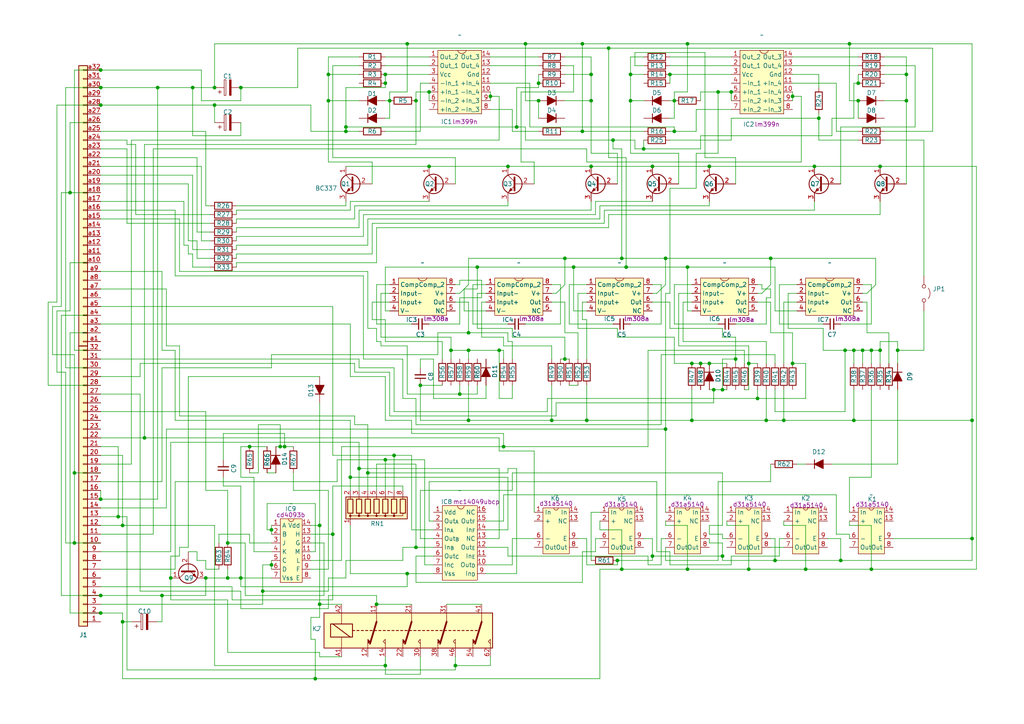
<source format=kicad_sch>
(kicad_sch (version 20231120) (generator "eeschema") (generator_version "8.0")
  (paper "A4")
  (title_block (title "HVC 110.240.5174") (company "Mattia's Software"))
  (junction (at 66.04 157.48))
  (junction (at 213.36 104.14))
  (junction (at 29.21 172.72))
  (junction (at 209.55 113.03))
  (junction (at 29.21 144.78))
  (junction (at 46.99 172.72))
  (junction (at 193.04 74.93))
  (junction (at 72.39 129.54))
  (junction (at 118.11 166.37))
  (junction (at 217.17 165.1))
  (junction (at 147.32 48.26))
  (junction (at 21.59 137.16))
  (junction (at 260.35 101.6))
  (junction (at 248.92 24.13))
  (junction (at 49.53 167.64))
  (junction (at 124.46 48.26))
  (junction (at 193.04 124.46))
  (junction (at 62.23 30.48))
  (junction (at 222.25 121.92))
  (junction (at 205.74 48.26))
  (junction (at 252.73 101.6))
  (junction (at 243.84 162.56))
  (junction (at 179.07 162.56))
  (junction (at 171.45 48.26))
  (junction (at 200.66 105.41))
  (junction (at 237.49 34.29))
  (junction (at 255.27 101.6))
  (junction (at 132.08 193.04))
  (junction (at 91.44 196.85))
  (junction (at 95.25 29.21))
  (junction (at 166.37 77.47))
  (junction (at 189.23 161.29))
  (junction (at 100.33 36.83))
  (junction (at 262.89 21.59))
  (junction (at 281.94 121.92))
  (junction (at 205.74 105.41))
  (junction (at 186.69 43.18))
  (junction (at 78.74 163.83))
  (junction (at 248.92 29.21))
  (junction (at 20.32 55.88))
  (junction (at 135.89 96.52))
  (junction (at 229.87 105.41))
  (junction (at 223.52 74.93))
  (junction (at 95.25 21.59))
  (junction (at 219.71 115.57))
  (junction (at 111.76 24.13))
  (junction (at 135.89 101.6))
  (junction (at 82.55 129.54))
  (junction (at 233.68 165.1))
  (junction (at 76.2 171.45))
  (junction (at 199.39 12.7))
  (junction (at 45.72 25.4))
  (junction (at 163.83 74.93))
  (junction (at 176.53 13.97))
  (junction (at 255.27 48.26))
  (junction (at 104.14 135.89))
  (junction (at 34.29 149.86))
  (junction (at 168.91 12.7))
  (junction (at 62.23 25.4))
  (junction (at 146.05 129.54))
  (junction (at 199.39 77.47))
  (junction (at 156.21 24.13))
  (junction (at 100.33 38.1))
  (junction (at 246.38 12.7))
  (junction (at 281.94 156.21))
  (junction (at 111.76 133.35))
  (junction (at 130.81 101.6))
  (junction (at 121.92 111.76))
  (junction (at 69.85 25.4))
  (junction (at 194.31 21.59))
  (junction (at 247.65 101.6))
  (junction (at 118.11 12.7))
  (junction (at 247.65 121.92))
  (junction (at 111.76 21.59))
  (junction (at 208.28 26.67))
  (junction (at 227.33 121.92))
  (junction (at 199.39 165.1))
  (junction (at 113.03 29.21))
  (junction (at 41.91 127))
  (junction (at 250.19 101.6))
  (junction (at 29.21 177.8))
  (junction (at 120.65 29.21))
  (junction (at 66.04 167.64))
  (junction (at 55.88 25.4))
  (junction (at 21.59 157.48))
  (junction (at 212.09 26.67))
  (junction (at 217.17 105.41))
  (junction (at 207.01 113.03))
  (junction (at 181.61 77.47))
  (junction (at 120.65 158.75))
  (junction (at 78.74 153.67))
  (junction (at 195.58 38.1))
  (junction (at 262.89 29.21))
  (junction (at 171.45 21.59))
  (junction (at 182.88 29.21))
  (junction (at 106.68 137.16))
  (junction (at 224.79 162.56))
  (junction (at 252.73 165.1))
  (junction (at 203.2 105.41))
  (junction (at 29.21 25.4))
  (junction (at 180.34 74.93))
  (junction (at 138.43 77.47))
  (junction (at 180.34 165.1))
  (junction (at 92.71 175.26))
  (junction (at 149.86 36.83))
  (junction (at 170.18 121.92))
  (junction (at 142.24 27.94))
  (junction (at 124.46 26.67))
  (junction (at 29.21 20.32))
  (junction (at 29.21 30.48))
  (junction (at 111.76 193.04))
  (junction (at 35.56 180.34))
  (junction (at 101.6 138.43))
  (junction (at 156.21 29.21))
  (junction (at 195.58 29.21))
  (junction (at 209.55 161.29))
  (junction (at 59.69 167.64))
  (junction (at 81.28 129.54))
  (junction (at 114.3 132.08))
  (junction (at 144.78 101.6))
  (junction (at 182.88 21.59))
  (junction (at 69.85 167.64))
  (junction (at 109.22 175.26))
  (junction (at 236.22 48.26))
  (junction (at 96.52 154.94))
  (junction (at 168.91 38.1))
  (junction (at 133.35 114.3))
  (junction (at 189.23 48.26))
  (junction (at 92.71 152.4))
  (junction (at 135.89 121.92))
  (junction (at 152.4 12.7))
  (junction (at 245.11 101.6))
  (junction (at 160.02 121.92))
  (junction (at 229.87 27.94))
  (junction (at 163.83 104.14))
  (junction (at 200.66 121.92))
  (junction (at 35.56 152.4))
  (junction (at 171.45 29.21))
  (junction (at 177.8 40.64))
  (bus_entry (at 251.46 85.09) (size 2.54 -2.54))
  (bus_entry (at 190.5 85.09) (size 2.54 -2.54))
  (bus_entry (at 161.29 85.09) (size 2.54 -2.54))
  (bus_entry (at 133.35 85.09) (size 2.54 -2.54))
  (bus_entry (at 220.98 85.09) (size 2.54 -2.54))
  (wire (pts (xy 177.8 93.98) (xy 165.1 93.98)))
  (wire (pts (xy 229.87 16.51) (xy 248.92 16.51)))
  (wire (pts (xy 135.89 87.63) (xy 132.08 87.63)))
  (wire (pts (xy 193.04 124.46) (xy 193.04 85.09)))
  (wire (pts (xy 247.65 34.29) (xy 247.65 24.13)))
  (wire (pts (xy 50.8 165.1) (xy 50.8 139.7)))
  (wire (pts (xy 121.92 24.13) (xy 124.46 24.13)))
  (wire (pts (xy 195.58 38.1) (xy 201.93 38.1)))
  (wire (pts (xy 190.5 160.02) (xy 194.31 160.02)))
  (wire (pts (xy 57.15 67.31) (xy 57.15 45.72)))
  (wire (pts (xy 120.65 161.29) (xy 125.73 161.29)))
  (wire (pts (xy 68.58 63.5) (xy 68.58 64.77)))
  (wire (pts (xy 232.41 27.94) (xy 232.41 46.99)))
  (wire (pts (xy 135.89 96.52) (xy 127 96.52)))
  (wire (pts (xy 252.73 138.43) (xy 246.38 138.43)))
  (wire (pts (xy 110.49 100.33) (xy 118.11 100.33)))
  (wire (pts (xy 144.78 156.21) (xy 140.97 156.21)))
  (wire (pts (xy 210.82 152.4) (xy 217.17 152.4)))
  (wire (pts (xy 52.07 100.33) (xy 52.07 120.65)))
  (wire (pts (xy 227.33 152.4) (xy 233.68 152.4)))
  (wire (pts (xy 255.27 48.26) (xy 283.21 48.26)))
  (wire (pts (xy 142.24 193.04) (xy 142.24 190.5)))
  (wire (pts (xy 57.15 45.72) (xy 29.21 45.72)))
  (wire (pts (xy 189.23 82.55) (xy 191.77 82.55)))
  (wire (pts (xy 262.89 16.51) (xy 262.89 21.59)))
  (wire (pts (xy 260.35 99.06) (xy 255.27 99.06)))
  (wire (pts (xy 111.76 25.4) (xy 111.76 24.13)))
  (wire (pts (xy 243.84 36.83) (xy 243.84 53.34)))
  (wire (pts (xy 125.73 115.57) (xy 125.73 104.14)))
  (wire (pts (xy 201.93 54.61) (xy 201.93 44.45)))
  (wire (pts (xy 111.76 38.1) (xy 121.92 38.1)))
  (wire (pts (xy 118.11 26.67) (xy 113.03 26.67)))
  (wire (pts (xy 229.87 27.94) (xy 229.87 29.21)))
  (wire (pts (xy 167.64 96.52) (xy 163.83 96.52)))
  (wire (pts (xy 68.58 76.2) (xy 68.58 77.47)))
  (wire (pts (xy 135.89 101.6) (xy 135.89 104.14)))
  (wire (pts (xy 101.6 138.43) (xy 147.32 138.43)))
  (wire (pts (xy 39.37 62.23) (xy 39.37 41.91)))
  (wire (pts (xy 19.05 157.48) (xy 19.05 107.95)))
  (wire (pts (xy 176.53 13.97) (xy 176.53 45.72)))
  (wire (pts (xy 142.24 16.51) (xy 156.21 16.51)))
  (wire (pts (xy 168.91 160.02) (xy 172.72 160.02)))
  (wire (pts (xy 114.3 132.08) (xy 96.52 132.08)))
  (wire (pts (xy 29.21 172.72) (xy 46.99 172.72)))
  (wire (pts (xy 252.73 101.6) (xy 255.27 101.6)))
  (wire (pts (xy 250.19 101.6) (xy 252.73 101.6)))
  (wire (pts (xy 247.65 101.6) (xy 245.11 101.6)))
  (wire (pts (xy 172.72 58.42) (xy 189.23 58.42)))
  (wire (pts (xy 111.76 90.17) (xy 113.03 90.17)))
  (wire (pts (xy 200.66 121.92) (xy 170.18 121.92)))
  (wire (pts (xy 209.55 104.14) (xy 209.55 113.03)))
  (wire (pts (xy 138.43 114.3) (xy 133.35 114.3)))
  (wire (pts (xy 170.18 111.76) (xy 170.18 121.92)))
  (wire (pts (xy 189.23 85.09) (xy 190.5 85.09)))
  (wire (pts (xy 184.15 15.24) (xy 184.15 19.05)))
  (wire (pts (xy 20.32 177.8) (xy 20.32 96.52)))
  (wire (pts (xy 168.91 92.71) (xy 170.18 92.71)))
  (wire (pts (xy 205.74 157.48) (xy 205.74 156.21)))
  (wire (pts (xy 140.97 163.83) (xy 148.59 163.83)))
  (wire (pts (xy 209.55 95.25) (xy 209.55 97.79)))
  (wire (pts (xy 82.55 125.73) (xy 82.55 129.54)))
  (wire (pts (xy 173.99 148.59) (xy 171.45 148.59)))
  (wire (pts (xy 156.21 25.4) (xy 149.86 25.4)))
  (wire (pts (xy 217.17 152.4) (xy 217.17 165.1)))
  (wire (pts (xy 181.61 77.47) (xy 166.37 77.47)))
  (wire (pts (xy 106.68 123.19) (xy 106.68 137.16)))
  (wire (pts (xy 190.5 139.7) (xy 190.5 160.02)))
  (wire (pts (xy 146.05 143.51) (xy 242.57 143.51)))
  (wire (pts (xy 81.28 129.54) (xy 82.55 129.54)))
  (wire (pts (xy 171.45 21.59) (xy 171.45 29.21)))
  (wire (pts (xy 50.8 121.92) (xy 101.6 121.92)))
  (wire (pts (xy 219.71 85.09) (xy 220.98 85.09)))
  (wire (pts (xy 107.95 92.71) (xy 107.95 87.63)))
  (wire (pts (xy 233.68 165.1) (xy 217.17 165.1)))
  (wire (pts (xy 193.04 151.13) (xy 193.04 152.4)))
  (wire (pts (xy 246.38 12.7) (xy 246.38 29.21)))
  (wire (pts (xy 246.38 29.21) (xy 248.92 29.21)))
  (wire (pts (xy 96.52 173.99) (xy 96.52 154.94)))
  (wire (pts (xy 201.93 44.45) (xy 208.28 44.45)))
  (wire (pts (xy 96.52 88.9) (xy 96.52 132.08)))
  (wire (pts (xy 29.21 142.24) (xy 29.21 144.78)))
  (wire (pts (xy 121.92 38.1) (xy 121.92 24.13)))
  (wire (pts (xy 17.78 91.44) (xy 17.78 172.72)))
  (wire (pts (xy 92.71 175.26) (xy 92.71 179.07)))
  (wire (pts (xy 166.37 77.47) (xy 138.43 77.47)))
  (wire (pts (xy 152.4 40.64) (xy 177.8 40.64)))
  (wire (pts (xy 35.56 132.08) (xy 29.21 132.08)))
  (wire (pts (xy 133.35 114.3) (xy 133.35 111.76)))
  (wire (pts (xy 229.87 105.41) (xy 229.87 96.52)))
  (wire (pts (xy 255.27 99.06) (xy 255.27 101.6)))
  (wire (pts (xy 21.59 137.16) (xy 21.59 157.48)))
  (wire (pts (xy 148.59 95.25) (xy 148.59 97.79)))
  (wire (pts (xy 77.47 146.05) (xy 91.44 146.05)))
  (wire (pts (xy 77.47 153.67) (xy 77.47 146.05)))
  (wire (pts (xy 102.87 105.41) (xy 40.64 105.41)))
  (wire (pts (xy 66.04 189.23) (xy 92.71 189.23)))
  (wire (pts (xy 120.65 158.75) (xy 125.73 158.75)))
  (wire (pts (xy 236.22 60.96) (xy 236.22 58.42)))
  (wire (pts (xy 212.09 34.29) (xy 237.49 34.29)))
  (wire (pts (xy 161.29 120.65) (xy 113.03 120.65)))
  (wire (pts (xy 69.85 167.64) (xy 69.85 170.18)))
  (wire (pts (xy 231.14 87.63) (xy 227.33 87.63)))
  (wire (pts (xy 52.07 120.65) (xy 102.87 120.65)))
  (wire (pts (xy 265.43 36.83) (xy 243.84 36.83)))
  (wire (pts (xy 184.15 43.18) (xy 186.69 43.18)))
  (wire (pts (xy 66.04 157.48) (xy 71.12 157.48)))
  (wire (pts (xy 208.28 44.45) (xy 208.28 26.67)))
  (wire (pts (xy 226.06 156.21) (xy 226.06 161.29)))
  (wire (pts (xy 111.76 121.92) (xy 119.38 121.92)))
  (wire (pts (xy 68.58 73.66) (xy 68.58 74.93)))
  (wire (pts (xy 215.9 101.6) (xy 215.9 105.41)))
  (wire (pts (xy 49.53 160.02) (xy 49.53 128.27)))
  (wire (pts (xy 210.82 151.13) (xy 210.82 152.4)))
  (wire (pts (xy 135.89 74.93) (xy 163.83 74.93)))
  (wire (pts (xy 36.83 149.86) (xy 36.83 194.31)))
  (wire (pts (xy 106.68 71.12) (xy 106.68 63.5)))
  (wire (pts (xy 132.08 45.72) (xy 132.08 53.34)))
  (wire (pts (xy 182.88 21.59) (xy 186.69 21.59)))
  (wire (pts (xy 147.32 153.67) (xy 140.97 153.67)))
  (wire (pts (xy 166.37 26.67) (xy 166.37 19.05)))
  (wire (pts (xy 90.17 165.1) (xy 95.25 165.1)))
  (wire (pts (xy 106.68 63.5) (xy 173.99 63.5)))
  (wire (pts (xy 73.66 160.02) (xy 73.66 138.43)))
  (wire (pts (xy 237.49 34.29) (xy 237.49 33.02)))
  (wire (pts (xy 208.28 26.67) (xy 212.09 26.67)))
  (wire (pts (xy 104.14 128.27) (xy 104.14 135.89)))
  (wire (pts (xy 60.96 72.39) (xy 55.88 72.39)))
  (wire (pts (xy 133.35 81.28) (xy 133.35 82.55)))
  (wire (pts (xy 195.58 38.1) (xy 195.58 36.83)))
  (wire (pts (xy 198.12 99.06) (xy 198.12 87.63)))
  (wire (pts (xy 113.03 29.21) (xy 111.76 29.21)))
  (wire (pts (xy 34.29 149.86) (xy 36.83 149.86)))
  (wire (pts (xy 158.75 119.38) (xy 114.3 119.38)))
  (wire (pts (xy 194.31 54.61) (xy 201.93 54.61)))
  (wire (pts (xy 38.1 134.62) (xy 29.21 134.62)))
  (wire (pts (xy 92.71 116.84) (xy 92.71 152.4)))
  (wire (pts (xy 102.87 120.65) (xy 102.87 123.19)))
  (wire (pts (xy 172.72 62.23) (xy 172.72 58.42)))
  (wire (pts (xy 81.28 129.54) (xy 81.28 123.19)))
  (wire (pts (xy 105.41 62.23) (xy 172.72 62.23)))
  (wire (pts (xy 68.58 73.66) (xy 107.95 73.66)))
  (wire (pts (xy 205.74 113.03) (xy 207.01 113.03)))
  (wire (pts (xy 233.68 152.4) (xy 233.68 165.1)))
  (wire (pts (xy 29.21 38.1) (xy 59.69 38.1)))
  (wire (pts (xy 69.85 129.54) (xy 72.39 129.54)))
  (wire (pts (xy 69.85 170.18) (xy 118.11 170.18)))
  (wire (pts (xy 149.86 25.4) (xy 149.86 36.83)))
  (wire (pts (xy 146.05 97.79) (xy 139.7 97.79)))
  (wire (pts (xy 101.6 121.92) (xy 101.6 138.43)))
  (wire (pts (xy 54.61 69.85) (xy 54.61 53.34)))
  (wire (pts (xy 260.35 134.62) (xy 260.35 113.03)))
  (wire (pts (xy 196.85 85.09) (xy 200.66 85.09)))
  (wire (pts (xy 134.62 83.82) (xy 138.43 83.82)))
  (wire (pts (xy 193.04 152.4) (xy 199.39 152.4)))
  (wire (pts (xy 252.73 93.98) (xy 252.73 82.55)))
  (wire (pts (xy 173.99 165.1) (xy 173.99 196.85)))
  (wire (pts (xy 124.46 48.26) (xy 147.32 48.26)))
  (wire (pts (xy 203.2 43.18) (xy 203.2 39.37)))
  (wire (pts (xy 77.47 137.16) (xy 80.01 137.16)))
  (wire (pts (xy 68.58 71.12) (xy 106.68 71.12)))
  (wire (pts (xy 208.28 139.7) (xy 223.52 139.7)))
  (wire (pts (xy 187.96 129.54) (xy 187.96 101.6)))
  (wire (pts (xy 54.61 160.02) (xy 57.15 160.02)))
  (wire (pts (xy 238.76 95.25) (xy 228.6 95.25)))
  (wire (pts (xy 245.11 119.38) (xy 245.11 101.6)))
  (wire (pts (xy 16.51 107.95) (xy 16.51 90.17)))
  (wire (pts (xy 142.24 27.94) (xy 144.78 27.94)))
  (wire (pts (xy 247.65 24.13) (xy 248.92 24.13)))
  (wire (pts (xy 200.66 105.41) (xy 203.2 105.41)))
  (wire (pts (xy 144.78 101.6) (xy 144.78 115.57)))
  (wire (pts (xy 78.74 152.4) (xy 78.74 153.67)))
  (wire (pts (xy 247.65 105.41) (xy 247.65 101.6)))
  (wire (pts (xy 212.09 161.29) (xy 212.09 163.83)))
  (wire (pts (xy 119.38 125.73) (xy 146.05 125.73)))
  (wire (pts (xy 144.78 27.94) (xy 144.78 40.64)))
  (wire (pts (xy 72.39 154.94) (xy 72.39 157.48)))
  (wire (pts (xy 120.65 29.21) (xy 120.65 41.91)))
  (wire (pts (xy 130.81 97.79) (xy 110.49 97.79)))
  (wire (pts (xy 57.15 160.02) (xy 57.15 162.56)))
  (wire (pts (xy 223.52 74.93) (xy 223.52 82.55)))
  (wire (pts (xy 20.32 96.52) (xy 29.21 96.52)))
  (wire (pts (xy 109.22 142.24) (xy 109.22 134.62)))
  (wire (pts (xy 58.42 20.32) (xy 58.42 29.21)))
  (wire (pts (xy 78.74 153.67) (xy 78.74 154.94)))
  (wire (pts (xy 114.3 119.38) (xy 114.3 106.68)))
  (wire (pts (xy 102.87 59.69) (xy 147.32 59.69)))
  (wire (pts (xy 92.71 189.23) (xy 92.71 190.5)))
  (wire (pts (xy 227.33 151.13) (xy 227.33 152.4)))
  (wire (pts (xy 176.53 13.97) (xy 270.51 13.97)))
  (wire (pts (xy 148.59 115.57) (xy 148.59 111.76)))
  (wire (pts (xy 100.33 162.56) (xy 100.33 167.64)))
  (wire (pts (xy 62.23 35.56) (xy 62.23 30.48)))
  (wire (pts (xy 104.14 106.68) (xy 104.14 104.14)))
  (wire (pts (xy 201.93 31.75) (xy 212.09 31.75)))
  (wire (pts (xy 29.21 25.4) (xy 45.72 25.4)))
  (wire (pts (xy 106.68 137.16) (xy 147.32 137.16)))
  (wire (pts (xy 68.58 76.2) (xy 109.22 76.2)))
  (wire (pts (xy 50.8 80.01) (xy 50.8 60.96)))
  (wire (pts (xy 204.47 15.24) (xy 184.15 15.24)))
  (wire (pts (xy 226.06 82.55) (xy 231.14 82.55)))
  (wire (pts (xy 142.24 19.05) (xy 156.21 19.05)))
  (wire (pts (xy 124.46 151.13) (xy 125.73 151.13)))
  (wire (pts (xy 113.03 107.95) (xy 102.87 107.95)))
  (wire (pts (xy 29.21 137.16) (xy 21.59 137.16)))
  (wire (pts (xy 227.33 156.21) (xy 226.06 156.21)))
  (wire (pts (xy 147.32 59.69) (xy 147.32 58.42)))
  (wire (pts (xy 198.12 87.63) (xy 200.66 87.63)))
  (wire (pts (xy 195.58 82.55) (xy 200.66 82.55)))
  (wire (pts (xy 246.38 138.43) (xy 246.38 148.59)))
  (wire (pts (xy 46.99 101.6) (xy 50.8 101.6)))
  (wire (pts (xy 229.87 21.59) (xy 237.49 21.59)))
  (wire (pts (xy 165.1 82.55) (xy 170.18 82.55)))
  (wire (pts (xy 200.66 113.03) (xy 200.66 121.92)))
  (wire (pts (xy 29.21 175.26) (xy 76.2 175.26)))
  (wire (pts (xy 226.06 161.29) (xy 212.09 161.29)))
  (wire (pts (xy 91.44 146.05) (xy 91.44 160.02)))
  (wire (pts (xy 170.18 46.99) (xy 170.18 43.18)))
  (wire (pts (xy 20.32 90.17) (xy 20.32 76.2)))
  (wire (pts (xy 120.65 123.19) (xy 120.65 115.57)))
  (wire (pts (xy 29.21 91.44) (xy 17.78 91.44)))
  (wire (pts (xy 191.77 102.87) (xy 191.77 123.19)))
  (wire (pts (xy 148.59 38.1) (xy 156.21 38.1)))
  (wire (pts (xy 120.65 168.91) (xy 168.91 168.91)))
  (wire (pts (xy 153.67 36.83) (xy 153.67 24.13)))
  (wire (pts (xy 95.25 165.1) (xy 95.25 142.24)))
  (wire (pts (xy 191.77 163.83) (xy 191.77 156.21)))
  (wire (pts (xy 96.52 19.05) (xy 96.52 45.72)))
  (wire (pts (xy 104.14 104.14) (xy 29.21 104.14)))
  (wire (pts (xy 148.59 104.14) (xy 148.59 99.06)))
  (wire (pts (xy 223.52 158.75) (xy 227.33 158.75)))
  (wire (pts (xy 224.79 90.17) (xy 231.14 90.17)))
  (wire (pts (xy 82.55 129.54) (xy 85.09 129.54)))
  (wire (pts (xy 247.65 101.6) (xy 250.19 101.6)))
  (wire (pts (xy 58.42 48.26) (xy 29.21 48.26)))
  (wire (pts (xy 209.55 97.79) (xy 213.36 97.79)))
  (wire (pts (xy 106.68 78.74) (xy 106.68 95.25)))
  (wire (pts (xy 238.76 101.6) (xy 238.76 95.25)))
  (wire (pts (xy 36.83 194.31) (xy 132.08 194.31)))
  (wire (pts (xy 55.88 50.8) (xy 29.21 50.8)))
  (wire (pts (xy 35.56 196.85) (xy 91.44 196.85)))
  (wire (pts (xy 34.29 129.54) (xy 29.21 129.54)))
  (wire (pts (xy 147.32 93.98) (xy 137.16 93.98)))
  (wire (pts (xy 64.77 125.73) (xy 82.55 125.73)))
  (wire (pts (xy 227.33 113.03) (xy 227.33 121.92)))
  (wire (pts (xy 74.93 137.16) (xy 72.39 137.16)))
  (wire (pts (xy 90.17 154.94) (xy 96.52 154.94)))
  (wire (pts (xy 101.6 58.42) (xy 124.46 58.42)))
  (wire (pts (xy 217.17 165.1) (xy 199.39 165.1)))
  (wire (pts (xy 121.92 142.24) (xy 148.59 142.24)))
  (wire (pts (xy 163.83 21.59) (xy 171.45 21.59)))
  (wire (pts (xy 199.39 165.1) (xy 180.34 165.1)))
  (wire (pts (xy 223.52 87.63) (xy 219.71 87.63)))
  (wire (pts (xy 100.33 38.1) (xy 100.33 36.83)))
  (wire (pts (xy 111.76 77.47) (xy 111.76 90.17)))
  (wire (pts (xy 69.85 171.45) (xy 69.85 176.53)))
  (wire (pts (xy 69.85 138.43) (xy 69.85 129.54)))
  (wire (pts (xy 60.96 77.47) (xy 55.88 77.47)))
  (wire (pts (xy 241.3 134.62) (xy 260.35 134.62)))
  (wire (pts (xy 270.51 38.1) (xy 256.54 38.1)))
  (wire (pts (xy 29.21 152.4) (xy 35.56 152.4)))
  (wire (pts (xy 283.21 48.26) (xy 283.21 165.1)))
  (wire (pts (xy 180.34 74.93) (xy 163.83 74.93)))
  (wire (pts (xy 95.25 29.21) (xy 95.25 46.99)))
  (wire (pts (xy 246.38 151.13) (xy 246.38 152.4)))
  (wire (pts (xy 133.35 82.55) (xy 132.08 82.55)))
  (wire (pts (xy 29.21 43.18) (xy 36.83 43.18)))
  (wire (pts (xy 229.87 26.67) (xy 229.87 27.94)))
  (wire (pts (xy 248.92 21.59) (xy 248.92 24.13)))
  (wire (pts (xy 229.87 96.52) (xy 223.52 96.52)))
  (wire (pts (xy 182.88 29.21) (xy 186.69 29.21)))
  (wire (pts (xy 167.64 95.25) (xy 179.07 95.25)))
  (wire (pts (xy 243.84 93.98) (xy 252.73 93.98)))
  (wire (pts (xy 209.55 156.21) (xy 210.82 156.21)))
  (wire (pts (xy 203.2 105.41) (xy 205.74 105.41)))
  (wire (pts (xy 59.69 162.56) (xy 59.69 165.1)))
  (wire (pts (xy 246.38 154.94) (xy 246.38 156.21)))
  (wire (pts (xy 170.18 43.18) (xy 44.45 43.18)))
  (wire (pts (xy 146.05 129.54) (xy 187.96 129.54)))
  (wire (pts (xy 179.07 163.83) (xy 170.18 163.83)))
  (wire (pts (xy 35.56 180.34) (xy 35.56 177.8)))
  (wire (pts (xy 224.79 77.47) (xy 224.79 90.17)))
  (wire (pts (xy 142.24 31.75) (xy 148.59 31.75)))
  (wire (pts (xy 203.2 39.37) (xy 241.3 39.37)))
  (wire (pts (xy 109.22 175.26) (xy 119.38 175.26)))
  (wire (pts (xy 162.56 93.98) (xy 162.56 82.55)))
  (wire (pts (xy 111.76 99.06) (xy 111.76 92.71)))
  (wire (pts (xy 109.22 66.04) (xy 176.53 66.04)))
  (wire (pts (xy 215.9 113.03) (xy 217.17 113.03)))
  (wire (pts (xy 180.34 165.1) (xy 173.99 165.1)))
  (wire (pts (xy 46.99 78.74) (xy 46.99 101.6)))
  (wire (pts (xy 138.43 85.09) (xy 138.43 95.25)))
  (wire (pts (xy 118.11 114.3) (xy 133.35 114.3)))
  (wire (pts (xy 267.97 40.64) (xy 267.97 80.01)))
  (wire (pts (xy 111.76 19.05) (xy 124.46 19.05)))
  (wire (pts (xy 40.64 114.3) (xy 40.64 171.45)))
  (wire (pts (xy 36.83 64.77) (xy 60.96 64.77)))
  (wire (pts (xy 237.49 21.59) (xy 237.49 25.4)))
  (wire (pts (xy 189.23 161.29) (xy 209.55 161.29)))
  (wire (pts (xy 182.88 93.98) (xy 191.77 93.98)))
  (wire (pts (xy 92.71 109.22) (xy 54.61 109.22)))
  (wire (pts (xy 144.78 115.57) (xy 148.59 115.57)))
  (wire (pts (xy 250.19 85.09) (xy 251.46 85.09)))
  (wire (pts (xy 107.95 46.99) (xy 107.95 53.34)))
  (wire (pts (xy 196.85 44.45) (xy 196.85 53.34)))
  (wire (pts (xy 250.19 105.41) (xy 250.19 101.6)))
  (wire (pts (xy 118.11 170.18) (xy 118.11 166.37)))
  (wire (pts (xy 252.73 82.55) (xy 250.19 82.55)))
  (wire (pts (xy 195.58 34.29) (xy 194.31 34.29)))
  (wire (pts (xy 49.53 128.27) (xy 104.14 128.27)))
  (wire (pts (xy 260.35 105.41) (xy 260.35 101.6)))
  (wire (pts (xy 35.56 180.34) (xy 38.1 180.34)))
  (wire (pts (xy 21.59 102.87) (xy 15.24 102.87)))
  (wire (pts (xy 144.78 40.64) (xy 38.1 40.64)))
  (wire (pts (xy 95.25 176.53) (xy 95.25 172.72)))
  (wire (pts (xy 55.88 25.4) (xy 55.88 39.37)))
  (wire (pts (xy 256.54 16.51) (xy 262.89 16.51)))
  (wire (pts (xy 146.05 151.13) (xy 146.05 143.51)))
  (wire (pts (xy 242.57 143.51) (xy 242.57 154.94)))
  (wire (pts (xy 158.75 115.57) (xy 158.75 119.38)))
  (wire (pts (xy 100.33 48.26) (xy 124.46 48.26)))
  (wire (pts (xy 170.18 156.21) (xy 167.64 156.21)))
  (wire (pts (xy 204.47 45.72) (xy 204.47 15.24)))
  (wire (pts (xy 160.02 100.33) (xy 146.05 100.33)))
  (wire (pts (xy 148.59 31.75) (xy 148.59 38.1)))
  (wire (pts (xy 19.05 107.95) (xy 16.51 107.95)))
  (wire (pts (xy 168.91 38.1) (xy 168.91 12.7)))
  (wire (pts (xy 208.28 93.98) (xy 195.58 93.98)))
  (wire (pts (xy 68.58 60.96) (xy 101.6 60.96)))
  (wire (pts (xy 17.78 172.72) (xy 29.21 172.72)))
  (wire (pts (xy 187.96 163.83) (xy 191.77 163.83)))
  (wire (pts (xy 60.96 67.31) (xy 57.15 67.31)))
  (wire (pts (xy 114.3 132.08) (xy 119.38 132.08)))
  (wire (pts (xy 158.75 115.57) (xy 219.71 115.57)))
  (wire (pts (xy 200.66 105.41) (xy 195.58 105.41)))
  (wire (pts (xy 194.31 85.09) (xy 194.31 54.61)))
  (wire (pts (xy 102.87 123.19) (xy 106.68 123.19)))
  (wire (pts (xy 246.38 12.7) (xy 281.94 12.7)))
  (wire (pts (xy 142.24 27.94) (xy 142.24 29.21)))
  (wire (pts (xy 193.04 74.93) (xy 223.52 74.93)))
  (wire (pts (xy 116.84 140.97) (xy 116.84 142.24)))
  (wire (pts (xy 152.4 93.98) (xy 162.56 93.98)))
  (wire (pts (xy 120.65 26.67) (xy 124.46 26.67)))
  (wire (pts (xy 160.02 121.92) (xy 135.89 121.92)))
  (wire (pts (xy 100.33 59.69) (xy 100.33 58.42)))
  (wire (pts (xy 219.71 115.57) (xy 233.68 115.57)))
  (wire (pts (xy 29.21 106.68) (xy 19.05 106.68)))
  (wire (pts (xy 154.94 46.99) (xy 151.13 46.99)))
  (wire (pts (xy 119.38 132.08) (xy 119.38 153.67)))
  (wire (pts (xy 208.28 162.56) (xy 208.28 139.7)))
  (wire (pts (xy 46.99 139.7) (xy 29.21 139.7)))
  (wire (pts (xy 168.91 38.1) (xy 186.69 38.1)))
  (wire (pts (xy 135.89 101.6) (xy 144.78 101.6)))
  (wire (pts (xy 73.66 138.43) (xy 69.85 138.43)))
  (wire (pts (xy 66.04 167.64) (xy 69.85 167.64)))
  (wire (pts (xy 95.25 21.59) (xy 95.25 29.21)))
  (wire (pts (xy 101.6 152.4) (xy 101.6 166.37)))
  (wire (pts (xy 90.17 152.4) (xy 92.71 152.4)))
  (wire (pts (xy 257.81 105.41) (xy 257.81 96.52)))
  (wire (pts (xy 149.86 36.83) (xy 152.4 36.83)))
  (wire (pts (xy 163.83 87.63) (xy 160.02 87.63)))
  (wire (pts (xy 60.96 69.85) (xy 58.42 69.85)))
  (wire (pts (xy 59.69 142.24) (xy 59.69 119.38)))
  (wire (pts (xy 57.15 74.93) (xy 57.15 69.85)))
  (wire (pts (xy 223.52 96.52) (xy 223.52 87.63)))
  (wire (pts (xy 227.33 87.63) (xy 227.33 105.41)))
  (wire (pts (xy 113.03 29.21) (xy 113.03 34.29)))
  (wire (pts (xy 173.99 59.69) (xy 205.74 59.69)))
  (wire (pts (xy 15.24 88.9) (xy 17.78 88.9)))
  (wire (pts (xy 193.04 158.75) (xy 193.04 162.56)))
  (wire (pts (xy 29.21 101.6) (xy 21.59 101.6)))
  (wire (pts (xy 262.89 29.21) (xy 256.54 29.21)))
  (wire (pts (xy 16.51 87.63) (xy 16.51 30.48)))
  (wire (pts (xy 194.31 16.51) (xy 212.09 16.51)))
  (wire (pts (xy 248.92 29.21) (xy 248.92 34.29)))
  (wire (pts (xy 168.91 12.7) (xy 199.39 12.7)))
  (wire (pts (xy 162.56 82.55) (xy 160.02 82.55)))
  (wire (pts (xy 71.12 157.48) (xy 71.12 172.72)))
  (wire (pts (xy 177.8 43.18) (xy 180.34 43.18)))
  (wire (pts (xy 245.11 101.6) (xy 238.76 101.6)))
  (wire (pts (xy 111.76 16.51) (xy 124.46 16.51)))
  (wire (pts (xy 281.94 12.7) (xy 281.94 121.92)))
  (wire (pts (xy 68.58 66.04) (xy 104.14 66.04)))
  (wire (pts (xy 146.05 100.33) (xy 146.05 97.79)))
  (wire (pts (xy 69.85 167.64) (xy 69.85 140.97)))
  (wire (pts (xy 68.58 66.04) (xy 68.58 67.31)))
  (wire (pts (xy 163.83 74.93) (xy 163.83 82.55)))
  (wire (pts (xy 144.78 130.81) (xy 144.78 127)))
  (wire (pts (xy 140.97 85.09) (xy 138.43 85.09)))
  (wire (pts (xy 246.38 152.4) (xy 252.73 152.4)))
  (wire (pts (xy 29.21 30.48) (xy 62.23 30.48)))
  (wire (pts (xy 242.57 38.1) (xy 248.92 38.1)))
  (wire (pts (xy 229.87 24.13) (xy 242.57 24.13)))
  (wire (pts (xy 191.77 123.19) (xy 120.65 123.19)))
  (wire (pts (xy 130.81 101.6) (xy 135.89 101.6)))
  (wire (pts (xy 48.26 124.46) (xy 193.04 124.46)))
  (wire (pts (xy 179.07 44.45) (xy 179.07 53.34)))
  (wire (pts (xy 189.23 161.29) (xy 189.23 156.21)))
  (wire (pts (xy 59.69 167.64) (xy 66.04 167.64)))
  (wire (pts (xy 78.74 160.02) (xy 73.66 160.02)))
  (wire (pts (xy 91.44 196.85) (xy 173.99 196.85)))
  (wire (pts (xy 148.59 142.24) (xy 148.59 137.16)))
  (wire (pts (xy 217.17 105.41) (xy 219.71 105.41)))
  (wire (pts (xy 49.53 167.64) (xy 49.53 173.99)))
  (wire (pts (xy 86.36 25.4) (xy 86.36 13.97)))
  (wire (pts (xy 76.2 163.83) (xy 78.74 163.83)))
  (wire (pts (xy 58.42 29.21) (xy 69.85 29.21)))
  (wire (pts (xy 55.88 25.4) (xy 62.23 25.4)))
  (wire (pts (xy 181.61 45.72) (xy 181.61 77.47)))
  (wire (pts (xy 133.35 93.98) (xy 133.35 86.36)))
  (wire (pts (xy 217.17 113.03) (xy 217.17 105.41)))
  (wire (pts (xy 251.46 87.63) (xy 250.19 87.63)))
  (wire (pts (xy 248.92 40.64) (xy 237.49 40.64)))
  (wire (pts (xy 228.6 95.25) (xy 228.6 85.09)))
  (wire (pts (xy 209.55 137.16) (xy 209.55 152.4)))
  (wire (pts (xy 130.81 101.6) (xy 130.81 97.79)))
  (wire (pts (xy 152.4 12.7) (xy 168.91 12.7)))
  (wire (pts (xy 116.84 104.14) (xy 105.41 104.14)))
  (wire (pts (xy 147.32 138.43) (xy 147.32 153.67)))
  (wire (pts (xy 52.07 78.74) (xy 106.68 78.74)))
  (wire (pts (xy 116.84 115.57) (xy 116.84 104.14)))
  (wire (pts (xy 130.81 104.14) (xy 130.81 101.6)))
  (wire (pts (xy 160.02 85.09) (xy 161.29 85.09)))
  (wire (pts (xy 176.53 62.23) (xy 255.27 62.23)))
  (wire (pts (xy 111.76 21.59) (xy 124.46 21.59)))
  (wire (pts (xy 153.67 24.13) (xy 142.24 24.13)))
  (wire (pts (xy 241.3 34.29) (xy 247.65 34.29)))
  (wire (pts (xy 20.32 55.88) (xy 29.21 55.88)))
  (wire (pts (xy 62.23 30.48) (xy 90.17 30.48)))
  (wire (pts (xy 243.84 162.56) (xy 243.84 156.21)))
  (wire (pts (xy 223.52 139.7) (xy 223.52 134.62)))
  (wire (pts (xy 104.14 135.89) (xy 144.78 135.89)))
  (wire (pts (xy 91.44 160.02) (xy 90.17 160.02)))
  (wire (pts (xy 125.73 156.21) (xy 121.92 156.21)))
  (wire (pts (xy 156.21 24.13) (xy 156.21 25.4)))
  (wire (pts (xy 57.15 69.85) (xy 54.61 69.85)))
  (wire (pts (xy 260.35 101.6) (xy 260.35 99.06)))
  (wire (pts (xy 113.03 34.29) (xy 111.76 34.29)))
  (wire (pts (xy 139.7 87.63) (xy 140.97 87.63)))
  (wire (pts (xy 36.83 40.64) (xy 29.21 40.64)))
  (wire (pts (xy 251.46 96.52) (xy 251.46 87.63)))
  (wire (pts (xy 212.09 40.64) (xy 212.09 34.29)))
  (wire (pts (xy 120.65 134.62) (xy 120.65 158.75)))
  (wire (pts (xy 54.61 158.75) (xy 52.07 158.75)))
  (wire (pts (xy 147.32 48.26) (xy 171.45 48.26)))
  (wire (pts (xy 59.69 59.69) (xy 60.96 59.69)))
  (wire (pts (xy 220.98 83.82) (xy 220.98 82.55)))
  (wire (pts (xy 62.23 193.04) (xy 111.76 193.04)))
  (wire (pts (xy 78.74 106.68) (xy 46.99 106.68)))
  (wire (pts (xy 265.43 19.05) (xy 265.43 36.83)))
  (wire (pts (xy 95.25 21.59) (xy 104.14 21.59)))
  (wire (pts (xy 21.59 157.48) (xy 19.05 157.48)))
  (wire (pts (xy 209.55 157.48) (xy 205.74 157.48)))
  (wire (pts (xy 229.87 19.05) (xy 248.92 19.05)))
  (wire (pts (xy 281.94 156.21) (xy 259.08 156.21)))
  (wire (pts (xy 260.35 101.6) (xy 267.97 101.6)))
  (wire (pts (xy 100.33 167.64) (xy 95.25 167.64)))
  (wire (pts (xy 140.97 151.13) (xy 146.05 151.13)))
  (wire (pts (xy 222.25 113.03) (xy 222.25 121.92)))
  (wire (pts (xy 120.65 29.21) (xy 120.65 26.67)))
  (wire (pts (xy 92.71 175.26) (xy 99.06 175.26)))
  (wire (pts (xy 223.52 83.82) (xy 220.98 83.82)))
  (wire (pts (xy 66.04 167.64) (xy 66.04 165.1)))
  (wire (pts (xy 194.31 87.63) (xy 194.31 95.25)))
  (wire (pts (xy 187.96 101.6) (xy 215.9 101.6)))
  (wire (pts (xy 55.88 73.66) (xy 54.61 73.66)))
  (wire (pts (xy 71.12 172.72) (xy 93.98 172.72)))
  (wire (pts (xy 176.53 66.04) (xy 176.53 62.23)))
  (wire (pts (xy 165.1 111.76) (xy 167.64 111.76)))
  (wire (pts (xy 147.32 96.52) (xy 135.89 96.52)))
  (wire (pts (xy 138.43 111.76) (xy 138.43 114.3)))
  (wire (pts (xy 21.59 20.32) (xy 29.21 20.32)))
  (wire (pts (xy 213.36 93.98) (xy 222.25 93.98)))
  (wire (pts (xy 13.97 111.76) (xy 13.97 87.63)))
  (wire (pts (xy 29.21 157.48) (xy 21.59 157.48)))
  (wire (pts (xy 224.79 113.03) (xy 224.79 119.38)))
  (wire (pts (xy 171.45 60.96) (xy 171.45 58.42)))
  (wire (pts (xy 105.41 80.01) (xy 50.8 80.01)))
  (wire (pts (xy 205.74 152.4) (xy 205.74 154.94)))
  (wire (pts (xy 256.54 21.59) (xy 262.89 21.59)))
  (wire (pts (xy 207.01 113.03) (xy 207.01 116.84)))
  (wire (pts (xy 237.49 40.64) (xy 237.49 34.29)))
  (wire (pts (xy 186.69 40.64) (xy 186.69 43.18)))
  (wire (pts (xy 182.88 21.59) (xy 182.88 29.21)))
  (wire (pts (xy 139.7 81.28) (xy 133.35 81.28)))
  (wire (pts (xy 104.14 66.04) (xy 104.14 60.96)))
  (wire (pts (xy 222.25 121.92) (xy 200.66 121.92)))
  (wire (pts (xy 72.39 157.48) (xy 78.74 157.48)))
  (wire (pts (xy 59.69 165.1) (xy 63.5 165.1)))
  (wire (pts (xy 96.52 88.9) (xy 29.21 88.9)))
  (wire (pts (xy 55.88 77.47) (xy 55.88 73.66)))
  (wire (pts (xy 101.6 93.98) (xy 101.6 109.22)))
  (wire (pts (xy 148.59 163.83) (xy 148.59 156.21)))
  (wire (pts (xy 62.23 12.7) (xy 62.23 25.4)))
  (wire (pts (xy 262.89 29.21) (xy 262.89 53.34)))
  (wire (pts (xy 36.83 41.91) (xy 36.83 40.64)))
  (wire (pts (xy 179.07 97.79) (xy 195.58 97.79)))
  (wire (pts (xy 110.49 97.79) (xy 110.49 85.09)))
  (wire (pts (xy 132.08 85.09) (xy 133.35 85.09)))
  (wire (pts (xy 255.27 62.23) (xy 255.27 58.42)))
  (wire (pts (xy 212.09 26.67) (xy 212.09 29.21)))
  (wire (pts (xy 205.74 48.26) (xy 236.22 48.26)))
  (wire (pts (xy 119.38 153.67) (xy 125.73 153.67)))
  (wire (pts (xy 101.6 166.37) (xy 118.11 166.37)))
  (wire (pts (xy 118.11 100.33) (xy 118.11 114.3)))
  (wire (pts (xy 165.1 93.98) (xy 165.1 82.55)))
  (wire (pts (xy 160.02 111.76) (xy 160.02 121.92)))
  (wire (pts (xy 90.17 185.42) (xy 91.44 185.42)))
  (wire (pts (xy 148.59 137.16) (xy 209.55 137.16)))
  (wire (pts (xy 107.95 64.77) (xy 175.26 64.77)))
  (wire (pts (xy 154.94 53.34) (xy 154.94 46.99)))
  (wire (pts (xy 148.59 99.06) (xy 147.32 99.06)))
  (wire (pts (xy 114.3 106.68) (xy 104.14 106.68)))
  (wire (pts (xy 199.39 152.4) (xy 199.39 165.1)))
  (wire (pts (xy 177.8 40.64) (xy 184.15 40.64)))
  (wire (pts (xy 120.65 115.57) (xy 116.84 115.57)))
  (wire (pts (xy 148.59 156.21) (xy 154.94 156.21)))
  (wire (pts (xy 95.25 29.21) (xy 104.14 29.21)))
  (wire (pts (xy 247.65 121.92) (xy 227.33 121.92)))
  (wire (pts (xy 93.98 157.48) (xy 90.17 157.48)))
  (wire (pts (xy 140.97 166.37) (xy 149.86 166.37)))
  (wire (pts (xy 194.31 40.64) (xy 212.09 40.64)))
  (wire (pts (xy 170.18 90.17) (xy 166.37 90.17)))
  (wire (pts (xy 114.3 142.24) (xy 114.3 132.08)))
  (wire (pts (xy 236.22 48.26) (xy 255.27 48.26)))
  (wire (pts (xy 121.92 111.76) (xy 128.27 111.76)))
  (wire (pts (xy 152.4 29.21) (xy 152.4 12.7)))
  (wire (pts (xy 254 74.93) (xy 254 82.55)))
  (wire (pts (xy 270.51 13.97) (xy 270.51 38.1)))
  (wire (pts (xy 97.79 133.35) (xy 111.76 133.35)))
  (wire (pts (xy 222.25 86.36) (xy 223.52 86.36)))
  (wire (pts (xy 96.52 154.94) (xy 96.52 140.97)))
  (wire (pts (xy 21.59 101.6) (xy 21.59 20.32)))
  (wire (pts (xy 168.91 87.63) (xy 168.91 92.71)))
  (wire (pts (xy 67.31 173.99) (xy 96.52 173.99)))
  (wire (pts (xy 128.27 104.14) (xy 128.27 99.06)))
  (wire (pts (xy 13.97 87.63) (xy 16.51 87.63)))
  (wire (pts (xy 38.1 40.64) (xy 38.1 134.62)))
  (wire (pts (xy 241.3 39.37) (xy 241.3 34.29)))
  (wire (pts (xy 92.71 179.07) (xy 90.17 179.07)))
  (wire (pts (xy 138.43 95.25) (xy 148.59 95.25)))
  (wire (pts (xy 105.41 104.14) (xy 105.41 80.01)))
  (wire (pts (xy 54.61 109.22) (xy 54.61 158.75)))
  (wire (pts (xy 217.17 105.41) (xy 217.17 100.33)))
  (wire (pts (xy 113.03 120.65) (xy 113.03 107.95)))
  (wire (pts (xy 224.79 156.21) (xy 223.52 156.21)))
  (wire (pts (xy 193.04 85.09) (xy 194.31 85.09)))
  (wire (pts (xy 180.34 153.67) (xy 180.34 165.1)))
  (wire (pts (xy 223.52 74.93) (xy 254 74.93)))
  (wire (pts (xy 139.7 97.79) (xy 139.7 87.63)))
  (wire (pts (xy 156.21 21.59) (xy 156.21 24.13)))
  (wire (pts (xy 140.97 115.57) (xy 125.73 115.57)))
  (wire (pts (xy 125.73 104.14) (xy 121.92 104.14)))
  (wire (pts (xy 41.91 41.91) (xy 41.91 127)))
  (wire (pts (xy 203.2 29.21) (xy 203.2 26.67)))
  (wire (pts (xy 163.83 96.52) (xy 163.83 87.63)))
  (wire (pts (xy 175.26 64.77) (xy 175.26 60.96)))
  (wire (pts (xy 63.5 154.94) (xy 72.39 154.94)))
  (wire (pts (xy 171.45 148.59) (xy 171.45 162.56)))
  (wire (pts (xy 78.74 162.56) (xy 78.74 163.83)))
  (wire (pts (xy 195.58 97.79) (xy 195.58 105.41)))
  (wire (pts (xy 85.09 142.24) (xy 85.09 137.16)))
  (wire (pts (xy 135.89 111.76) (xy 135.89 121.92)))
  (wire (pts (xy 93.98 172.72) (xy 93.98 157.48)))
  (wire (pts (xy 69.85 167.64) (xy 78.74 167.64)))
  (wire (pts (xy 63.5 157.48) (xy 63.5 154.94)))
  (wire (pts (xy 49.53 167.64) (xy 49.53 161.29)))
  (wire (pts (xy 231.14 134.62) (xy 233.68 134.62)))
  (wire (pts (xy 64.77 140.97) (xy 64.77 138.43)))
  (wire (pts (xy 173.99 63.5) (xy 173.99 59.69)))
  (wire (pts (xy 172.72 156.21) (xy 173.99 156.21)))
  (wire (pts (xy 90.17 38.1) (xy 100.33 38.1)))
  (wire (pts (xy 29.21 165.1) (xy 50.8 165.1)))
  (wire (pts (xy 29.21 127) (xy 41.91 127)))
  (wire (pts (xy 222.25 93.98) (xy 222.25 86.36)))
  (wire (pts (xy 238.76 93.98) (xy 226.06 93.98)))
  (wire (pts (xy 156.21 29.21) (xy 156.21 34.29)))
  (wire (pts (xy 180.34 74.93) (xy 193.04 74.93)))
  (wire (pts (xy 153.67 36.83) (xy 195.58 36.83)))
  (wire (pts (xy 78.74 102.87) (xy 78.74 106.68)))
  (wire (pts (xy 60.96 62.23) (xy 39.37 62.23)))
  (wire (pts (xy 59.69 167.64) (xy 59.69 172.72)))
  (wire (pts (xy 147.32 99.06) (xy 147.32 96.52)))
  (wire (pts (xy 161.29 116.84) (xy 161.29 120.65)))
  (wire (pts (xy 137.16 93.98) (xy 137.16 82.55)))
  (wire (pts (xy 138.43 83.82) (xy 138.43 77.47)))
  (wire (pts (xy 111.76 133.35) (xy 123.19 133.35)))
  (wire (pts (xy 138.43 77.47) (xy 111.76 77.47)))
  (wire (pts (xy 124.46 93.98) (xy 133.35 93.98)))
  (wire (pts (xy 219.71 113.03) (xy 219.71 115.57)))
  (wire (pts (xy 195.58 93.98) (xy 195.58 82.55)))
  (wire (pts (xy 124.46 139.7) (xy 190.5 139.7)))
  (wire (pts (xy 16.51 90.17) (xy 20.32 90.17)))
  (wire (pts (xy 59.69 119.38) (xy 29.21 119.38)))
  (wire (pts (xy 106.68 137.16) (xy 106.68 142.24)))
  (wire (pts (xy 95.25 172.72) (xy 109.22 172.72)))
  (wire (pts (xy 139.7 86.36) (xy 139.7 81.28)))
  (wire (pts (xy 29.21 83.82) (xy 48.26 83.82)))
  (wire (pts (xy 163.83 104.14) (xy 165.1 104.14)))
  (wire (pts (xy 152.4 36.83) (xy 152.4 40.64)))
  (wire (pts (xy 194.31 21.59) (xy 212.09 21.59)))
  (wire (pts (xy 195.58 29.21) (xy 195.58 26.67)))
  (wire (pts (xy 48.26 147.32) (xy 48.26 124.46)))
  (wire (pts (xy 113.03 26.67) (xy 113.03 29.21)))
  (wire (pts (xy 195.58 29.21) (xy 194.31 29.21)))
  (wire (pts (xy 97.79 139.7) (xy 97.79 133.35)))
  (wire (pts (xy 195.58 26.67) (xy 199.39 26.67)))
  (wire (pts (xy 228.6 85.09) (xy 231.14 85.09)))
  (wire (pts (xy 59.69 38.1) (xy 59.69 59.69)))
  (wire (pts (xy 193.04 162.56) (xy 208.28 162.56)))
  (wire (pts (xy 76.2 163.83) (xy 76.2 171.45)))
  (wire (pts (xy 167.64 85.09) (xy 170.18 85.09)))
  (wire (pts (xy 45.72 144.78) (xy 45.72 25.4)))
  (wire (pts (xy 92.71 190.5) (xy 99.06 190.5)))
  (wire (pts (xy 107.95 73.66) (xy 107.95 64.77)))
  (wire (pts (xy 252.73 152.4) (xy 252.73 165.1)))
  (wire (pts (xy 106.68 95.25) (xy 109.22 95.25)))
  (wire (pts (xy 95.25 16.51) (xy 95.25 21.59)))
  (wire (pts (xy 102.87 107.95) (xy 102.87 105.41)))
  (wire (pts (xy 29.21 177.8) (xy 35.56 177.8)))
  (wire (pts (xy 54.61 71.12) (xy 53.34 71.12)))
  (wire (pts (xy 144.78 135.89) (xy 144.78 156.21)))
  (wire (pts (xy 16.51 30.48) (xy 29.21 30.48)))
  (wire (pts (xy 196.85 100.33) (xy 196.85 85.09)))
  (wire (pts (xy 281.94 156.21) (xy 281.94 162.56)))
  (wire (pts (xy 96.52 140.97) (xy 116.84 140.97)))
  (wire (pts (xy 90.17 162.56) (xy 99.06 162.56)))
  (wire (pts (xy 193.04 74.93) (xy 193.04 82.55)))
  (wire (pts (xy 170.18 92.71) (xy 170.18 104.14)))
  (wire (pts (xy 120.65 161.29) (xy 120.65 168.91)))
  (wire (pts (xy 53.34 71.12) (xy 53.34 58.42)))
  (wire (pts (xy 46.99 180.34) (xy 45.72 180.34)))
  (wire (pts (xy 171.45 44.45) (xy 179.07 44.45)))
  (wire (pts (xy 220.98 82.55) (xy 219.71 82.55)))
  (wire (pts (xy 29.21 147.32) (xy 48.26 147.32)))
  (wire (pts (xy 111.76 193.04) (xy 111.76 195.58)))
  (wire (pts (xy 20.32 35.56) (xy 20.32 55.88)))
  (wire (pts (xy 118.11 166.37) (xy 125.73 166.37)))
  (wire (pts (xy 177.8 40.64) (xy 177.8 43.18)))
  (wire (pts (xy 90.17 179.07) (xy 90.17 185.42)))
  (wire (pts (xy 205.74 105.41) (xy 210.82 105.41)))
  (wire (pts (xy 107.95 87.63) (xy 113.03 87.63)))
  (wire (pts (xy 179.07 162.56) (xy 189.23 162.56)))
  (wire (pts (xy 154.94 130.81) (xy 144.78 130.81)))
  (wire (pts (xy 180.34 43.18) (xy 180.34 74.93)))
  (wire (pts (xy 160.02 104.14) (xy 160.02 100.33)))
  (wire (pts (xy 217.17 100.33) (xy 196.85 100.33)))
  (wire (pts (xy 35.56 152.4) (xy 35.56 132.08)))
  (wire (pts (xy 50.8 139.7) (xy 97.79 139.7)))
  (wire (pts (xy 44.45 43.18) (xy 44.45 154.94)))
  (wire (pts (xy 187.96 161.29) (xy 187.96 163.83)))
  (wire (pts (xy 199.39 77.47) (xy 199.39 90.17)))
  (wire (pts (xy 252.73 165.1) (xy 233.68 165.1)))
  (wire (pts (xy 29.21 114.3) (xy 40.64 114.3)))
  (wire (pts (xy 176.53 45.72) (xy 181.61 45.72)))
  (wire (pts (xy 163.83 16.51) (xy 171.45 16.51)))
  (wire (pts (xy 224.79 162.56) (xy 224.79 156.21)))
  (wire (pts (xy 111.76 92.71) (xy 107.95 92.71)))
  (wire (pts (xy 205.74 154.94) (xy 209.55 154.94)))
  (wire (pts (xy 29.21 93.98) (xy 101.6 93.98)))
  (wire (pts (xy 207.01 113.03) (xy 209.55 113.03)))
  (wire (pts (xy 222.25 105.41) (xy 222.25 99.06)))
  (wire (pts (xy 46.99 172.72) (xy 46.99 180.34)))
  (wire (pts (xy 147.32 161.29) (xy 187.96 161.29)))
  (wire (pts (xy 151.13 46.99) (xy 151.13 26.67)))
  (wire (pts (xy 121.92 104.14) (xy 121.92 106.68)))
  (wire (pts (xy 194.31 95.25) (xy 209.55 95.25)))
  (wire (pts (xy 20.32 76.2) (xy 29.21 76.2)))
  (wire (pts (xy 227.33 121.92) (xy 222.25 121.92)))
  (wire (pts (xy 91.44 185.42) (xy 91.44 196.85)))
  (wire (pts (xy 229.87 27.94) (xy 232.41 27.94)))
  (wire (pts (xy 170.18 121.92) (xy 160.02 121.92)))
  (wire (pts (xy 213.36 97.79) (xy 213.36 104.14)))
  (wire (pts (xy 102.87 63.5) (xy 102.87 59.69)))
  (wire (pts (xy 213.36 104.14) (xy 213.36 105.41)))
  (wire (pts (xy 109.22 99.06) (xy 110.49 99.06)))
  (wire (pts (xy 173.99 151.13) (xy 173.99 153.67)))
  (wire (pts (xy 252.73 113.03) (xy 252.73 138.43)))
  (wire (pts (xy 64.77 133.35) (xy 64.77 125.73)))
  (wire (pts (xy 191.77 156.21) (xy 193.04 156.21)))
  (wire (pts (xy 186.69 43.18) (xy 203.2 43.18)))
  (wire (pts (xy 104.14 60.96) (xy 171.45 60.96)))
  (wire (pts (xy 142.24 26.67) (xy 142.24 27.94)))
  (wire (pts (xy 52.07 161.29) (xy 52.07 158.75)))
  (wire (pts (xy 29.21 63.5) (xy 52.07 63.5)))
  (wire (pts (xy 171.45 16.51) (xy 171.45 21.59)))
  (wire (pts (xy 81.28 123.19) (xy 74.93 123.19)))
  (wire (pts (xy 50.8 60.96) (xy 29.21 60.96)))
  (wire (pts (xy 99.06 129.54) (xy 146.05 129.54)))
  (wire (pts (xy 69.85 29.21) (xy 69.85 25.4)))
  (wire (pts (xy 281.94 121.92) (xy 247.65 121.92)))
  (wire (pts (xy 68.58 59.69) (xy 100.33 59.69)))
  (wire (pts (xy 62.23 12.7) (xy 118.11 12.7)))
  (wire (pts (xy 168.91 168.91) (xy 168.91 160.02)))
  (wire (pts (xy 100.33 36.83) (xy 149.86 36.83)))
  (wire (pts (xy 69.85 25.4) (xy 86.36 25.4)))
  (wire (pts (xy 132.08 193.04) (xy 142.24 193.04)))
  (wire (pts (xy 95.25 16.51) (xy 104.14 16.51)))
  (wire (pts (xy 109.22 93.98) (xy 109.22 82.55)))
  (wire (pts (xy 132.08 190.5) (xy 132.08 193.04)))
  (wire (pts (xy 128.27 99.06) (xy 111.76 99.06)))
  (wire (pts (xy 110.49 99.06) (xy 110.49 100.33)))
  (wire (pts (xy 46.99 106.68) (xy 46.99 139.7)))
  (wire (pts (xy 204.47 45.72) (xy 213.36 45.72)))
  (wire (pts (xy 224.79 102.87) (xy 191.77 102.87)))
  (wire (pts (xy 281.94 162.56) (xy 243.84 162.56)))
  (wire (pts (xy 68.58 71.12) (xy 68.58 72.39)))
  (wire (pts (xy 173.99 153.67) (xy 180.34 153.67)))
  (wire (pts (xy 100.33 25.4) (xy 111.76 25.4)))
  (wire (pts (xy 69.85 140.97) (xy 64.77 140.97)))
  (wire (pts (xy 166.37 19.05) (xy 163.83 19.05)))
  (wire (pts (xy 35.56 196.85) (xy 35.56 180.34)))
  (wire (pts (xy 109.22 76.2) (xy 109.22 66.04)))
  (wire (pts (xy 100.33 36.83) (xy 100.33 25.4)))
  (wire (pts (xy 281.94 121.92) (xy 281.94 156.21)))
  (wire (pts (xy 68.58 68.58) (xy 105.41 68.58)))
  (wire (pts (xy 257.81 96.52) (xy 251.46 96.52)))
  (wire (pts (xy 209.55 161.29) (xy 209.55 157.48)))
  (wire (pts (xy 62.23 152.4) (xy 62.23 193.04)))
  (wire (pts (xy 111.76 142.24) (xy 111.76 133.35)))
  (wire (pts (xy 104.14 19.05) (xy 96.52 19.05)))
  (wire (pts (xy 163.83 97.79) (xy 163.83 104.14)))
  (wire (pts (xy 256.54 40.64) (xy 267.97 40.64)))
  (wire (pts (xy 199.39 12.7) (xy 246.38 12.7)))
  (wire (pts (xy 109.22 82.55) (xy 113.03 82.55)))
  (wire (pts (xy 199.39 77.47) (xy 224.79 77.47)))
  (wire (pts (xy 118.11 12.7) (xy 152.4 12.7)))
  (wire (pts (xy 62.23 152.4) (xy 35.56 152.4)))
  (wire (pts (xy 78.74 163.83) (xy 78.74 165.1)))
  (wire (pts (xy 147.32 161.29) (xy 147.32 158.75)))
  (wire (pts (xy 69.85 176.53) (xy 95.25 176.53)))
  (wire (pts (xy 132.08 194.31) (xy 132.08 193.04)))
  (wire (pts (xy 80.01 129.54) (xy 81.28 129.54)))
  (wire (pts (xy 100.33 38.1) (xy 104.14 38.1)))
  (wire (pts (xy 127 96.52) (xy 127 102.87)))
  (wire (pts (xy 209.55 113.03) (xy 210.82 113.03)))
  (wire (pts (xy 242.57 24.13) (xy 242.57 38.1)))
  (wire (pts (xy 163.83 38.1) (xy 168.91 38.1)))
  (wire (pts (xy 135.89 74.93) (xy 135.89 82.55)))
  (wire (pts (xy 233.68 105.41) (xy 229.87 105.41)))
  (wire (pts (xy 140.97 111.76) (xy 140.97 115.57)))
  (wire (pts (xy 19.05 25.4) (xy 29.21 25.4)))
  (wire (pts (xy 68.58 60.96) (xy 68.58 62.23)))
  (wire (pts (xy 66.04 173.99) (xy 66.04 189.23)))
  (wire (pts (xy 182.88 16.51) (xy 182.88 21.59)))
  (wire (pts (xy 40.64 171.45) (xy 69.85 171.45)))
  (wire (pts (xy 199.39 26.67) (xy 199.39 12.7)))
  (wire (pts (xy 200.66 90.17) (xy 199.39 90.17)))
  (wire (pts (xy 101.6 142.24) (xy 101.6 138.43)))
  (wire (pts (xy 189.23 156.21) (xy 186.69 156.21)))
  (wire (pts (xy 119.38 121.92) (xy 119.38 125.73)))
  (wire (pts (xy 256.54 19.05) (xy 265.43 19.05)))
  (wire (pts (xy 154.94 148.59) (xy 154.94 130.81)))
  (wire (pts (xy 172.72 160.02) (xy 172.72 156.21)))
  (wire (pts (xy 189.23 162.56) (xy 189.23 161.29)))
  (wire (pts (xy 48.26 100.33) (xy 52.07 100.33)))
  (wire (pts (xy 193.04 148.59) (xy 193.04 124.46)))
  (wire (pts (xy 144.78 101.6) (xy 146.05 101.6)))
  (wire (pts (xy 41.91 127) (xy 144.78 127)))
  (wire (pts (xy 243.84 156.21) (xy 240.03 156.21)))
  (wire (pts (xy 255.27 105.41) (xy 255.27 101.6)))
  (wire (pts (xy 224.79 162.56) (xy 209.55 162.56)))
  (wire (pts (xy 29.21 160.02) (xy 49.53 160.02)))
  (wire (pts (xy 21.59 137.16) (xy 21.59 102.87)))
  (wire (pts (xy 182.88 44.45) (xy 196.85 44.45)))
  (wire (pts (xy 29.21 35.56) (xy 20.32 35.56)))
  (wire (pts (xy 110.49 85.09) (xy 113.03 85.09)))
  (wire (pts (xy 116.84 158.75) (xy 120.65 158.75)))
  (wire (pts (xy 57.15 162.56) (xy 59.69 162.56)))
  (wire (pts (xy 69.85 35.56) (xy 69.85 39.37)))
  (wire (pts (xy 123.19 133.35) (xy 123.19 163.83)))
  (wire (pts (xy 147.32 158.75) (xy 140.97 158.75)))
  (wire (pts (xy 167.64 104.14) (xy 167.64 96.52)))
  (wire (pts (xy 58.42 69.85) (xy 58.42 48.26)))
  (wire (pts (xy 68.58 68.58) (xy 68.58 69.85)))
  (wire (pts (xy 171.45 29.21) (xy 171.45 44.45)))
  (wire (pts (xy 72.39 129.54) (xy 77.47 129.54)))
  (wire (pts (xy 179.07 162.56) (xy 179.07 163.83)))
  (wire (pts (xy 123.19 163.83) (xy 125.73 163.83)))
  (wire (pts (xy 59.69 142.24) (xy 66.04 142.24)))
  (wire (pts (xy 29.21 144.78) (xy 45.72 144.78)))
  (wire (pts (xy 201.93 38.1) (xy 201.93 31.75)))
  (wire (pts (xy 156.21 29.21) (xy 152.4 29.21)))
  (wire (pts (xy 99.06 162.56) (xy 99.06 129.54)))
  (wire (pts (xy 109.22 134.62) (xy 120.65 134.62)))
  (wire (pts (xy 212.09 163.83) (xy 194.31 163.83)))
  (wire (pts (xy 76.2 171.45) (xy 95.25 171.45)))
  (wire (pts (xy 111.76 109.22) (xy 111.76 121.92)))
  (wire (pts (xy 189.23 87.63) (xy 194.31 87.63)))
  (wire (pts (xy 17.78 55.88) (xy 20.32 55.88)))
  (wire (pts (xy 40.64 105.41) (xy 40.64 109.22)))
  (wire (pts (xy 46.99 172.72) (xy 59.69 172.72)))
  (wire (pts (xy 55.88 72.39) (xy 55.88 50.8)))
  (wire (pts (xy 95.25 142.24) (xy 85.09 142.24)))
  (wire (pts (xy 135.89 96.52) (xy 135.89 87.63)))
  (wire (pts (xy 149.86 135.89) (xy 149.86 166.37)))
  (wire (pts (xy 40.64 109.22) (xy 29.21 109.22)))
  (wire (pts (xy 52.07 63.5) (xy 52.07 78.74)))
  (wire (pts (xy 205.74 59.69) (xy 205.74 58.42)))
  (wire (pts (xy 74.93 123.19) (xy 74.93 137.16)))
  (wire (pts (xy 166.37 90.17) (xy 166.37 77.47)))
  (wire (pts (xy 170.18 87.63) (xy 168.91 87.63)))
  (wire (pts (xy 207.01 116.84) (xy 161.29 116.84)))
  (wire (pts (xy 247.65 113.03) (xy 247.65 121.92)))
  (wire (pts (xy 163.83 29.21) (xy 171.45 29.21)))
  (wire (pts (xy 195.58 29.21) (xy 195.58 34.29)))
  (wire (pts (xy 69.85 39.37) (xy 55.88 39.37)))
  (wire (pts (xy 175.26 60.96) (xy 236.22 60.96)))
  (wire (pts (xy 194.31 163.83) (xy 194.31 160.02)))
  (wire (pts (xy 95.25 46.99) (xy 107.95 46.99)))
  (wire (pts (xy 252.73 105.41) (xy 252.73 101.6)))
  (wire (pts (xy 39.37 41.91) (xy 36.83 41.91)))
  (wire (pts (xy 20.32 177.8) (xy 29.21 177.8)))
  (wire (pts (xy 105.41 68.58) (xy 105.41 62.23)))
  (wire (pts (xy 140.97 90.17) (xy 134.62 90.17)))
  (wire (pts (xy 170.18 163.83) (xy 170.18 156.21)))
  (wire (pts (xy 209.55 162.56) (xy 209.55 161.29)))
  (wire (pts (xy 121.92 121.92) (xy 121.92 111.76)))
  (wire (pts (xy 224.79 119.38) (xy 245.11 119.38)))
  (wire (pts (xy 15.24 102.87) (xy 15.24 88.9)))
  (wire (pts (xy 44.45 154.94) (xy 29.21 154.94)))
  (wire (pts (xy 134.62 90.17) (xy 134.62 83.82)))
  (wire (pts (xy 53.34 58.42) (xy 29.21 58.42)))
  (wire (pts (xy 224.79 105.41) (xy 224.79 102.87)))
  (wire (pts (xy 19.05 106.68) (xy 19.05 25.4)))
  (wire (pts (xy 121.92 156.21) (xy 121.92 142.24)))
  (wire (pts (xy 116.84 162.56) (xy 100.33 162.56)))
  (wire (pts (xy 147.32 135.89) (xy 149.86 135.89)))
  (wire (pts (xy 111.76 190.5) (xy 111.76 193.04)))
  (wire (pts (xy 262.89 21.59) (xy 262.89 29.21)))
  (wire (pts (xy 109.22 172.72) (xy 109.22 175.26)))
  (wire (pts (xy 36.83 43.18) (xy 36.83 64.77)))
  (wire (pts (xy 203.2 26.67) (xy 208.28 26.67)))
  (wire (pts (xy 189.23 48.26) (xy 205.74 48.26)))
  (wire (pts (xy 179.07 95.25) (xy 179.07 97.79)))
  (wire (pts (xy 186.69 16.51) (xy 182.88 16.51)))
  (wire (pts (xy 116.84 162.56) (xy 116.84 158.75)))
  (wire (pts (xy 48.26 83.82) (xy 48.26 100.33)))
  (wire (pts (xy 120.65 41.91) (xy 41.91 41.91)))
  (wire (pts (xy 66.04 157.48) (xy 66.04 142.24)))
  (wire (pts (xy 76.2 171.45) (xy 76.2 175.26)))
  (wire (pts (xy 147.32 137.16) (xy 147.32 135.89)))
  (wire (pts (xy 118.11 12.7) (xy 118.11 26.67)))
  (wire (pts (xy 111.76 195.58) (xy 121.92 195.58)))
  (wire (pts (xy 146.05 125.73) (xy 146.05 129.54)))
  (wire (pts (xy 121.92 195.58) (xy 121.92 190.5)))
  (wire (pts (xy 119.38 93.98) (xy 109.22 93.98)))
  (wire (pts (xy 45.72 25.4) (xy 55.88 25.4)))
  (wire (pts (xy 17.78 88.9) (xy 17.78 55.88)))
  (wire (pts (xy 181.61 77.47) (xy 199.39 77.47)))
  (wire (pts (xy 101.6 60.96) (xy 101.6 58.42)))
  (wire (pts (xy 148.59 97.79) (xy 163.83 97.79)))
  (wire (pts (xy 29.21 20.32) (xy 58.42 20.32)))
  (wire (pts (xy 50.8 101.6) (xy 50.8 121.92)))
  (wire (pts (xy 194.31 19.05) (xy 212.09 19.05)))
  (wire (pts (xy 67.31 170.18) (xy 67.31 173.99)))
  (wire (pts (xy 78.74 153.67) (xy 77.47 153.67)))
  (wire (pts (xy 232.41 46.99) (xy 170.18 46.99)))
  (wire (pts (xy 95.25 167.64) (xy 95.25 171.45)))
  (wire (pts (xy 184.15 40.64) (xy 184.15 43.18)))
  (wire (pts (xy 49.53 161.29) (xy 52.07 161.29)))
  (wire (pts (xy 162.56 104.14) (xy 163.83 104.14)))
  (wire (pts (xy 29.21 111.76) (xy 13.97 111.76)))
  (wire (pts (xy 49.53 173.99) (xy 66.04 173.99)))
  (wire (pts (xy 104.14 142.24) (xy 104.14 135.89)))
  (wire (pts (xy 124.46 26.67) (xy 124.46 29.21)))
  (wire (pts (xy 186.69 19.05) (xy 184.15 19.05)))
  (wire (pts (xy 127 102.87) (xy 78.74 102.87)))
  (wire (pts (xy 109.22 95.25) (xy 109.22 99.06)))
  (wire (pts (xy 68.58 63.5) (xy 102.87 63.5)))
  (wire (pts (xy 194.31 38.1) (xy 195.58 38.1)))
  (wire (pts (xy 222.25 99.06) (xy 198.12 99.06)))
  (wire (pts (xy 54.61 53.34) (xy 29.21 53.34)))
  (wire (pts (xy 283.21 165.1) (xy 252.73 165.1)))
  (wire (pts (xy 60.96 74.93) (xy 57.15 74.93)))
  (wire (pts (xy 29.21 78.74) (xy 46.99 78.74)))
  (wire (pts (xy 191.77 93.98) (xy 191.77 82.55)))
  (wire (pts (xy 182.88 29.21) (xy 182.88 44.45)))
  (wire (pts (xy 29.21 149.86) (xy 34.29 149.86)))
  (wire (pts (xy 86.36 13.97) (xy 176.53 13.97)))
  (wire (pts (xy 135.89 121.92) (xy 121.92 121.92)))
  (wire (pts (xy 146.05 101.6) (xy 146.05 104.14)))
  (wire (pts (xy 226.06 93.98) (xy 226.06 82.55)))
  (wire (pts (xy 111.76 21.59) (xy 111.76 24.13)))
  (wire (pts (xy 90.17 30.48) (xy 90.17 38.1)))
  (wire (pts (xy 92.71 152.4) (xy 92.71 175.26)))
  (wire (pts (xy 133.35 86.36) (xy 139.7 86.36)))
  (wire (pts (xy 223.52 86.36) (xy 223.52 83.82)))
  (wire (pts (xy 209.55 152.4) (xy 205.74 152.4)))
  (wire (pts (xy 194.31 21.59) (xy 194.31 24.13)))
  (wire (pts (xy 34.29 149.86) (xy 34.29 129.54)))
  (wire (pts (xy 54.61 73.66) (xy 54.61 71.12)))
  (wire (pts (xy 209.55 104.14) (xy 213.36 104.14)))
  (wire (pts (xy 171.45 48.26) (xy 189.23 48.26)))
  (wire (pts (xy 29.21 170.18) (xy 67.31 170.18)))
  (wire (pts (xy 209.55 154.94) (xy 209.55 156.21)))
  (wire (pts (xy 96.52 45.72) (xy 132.08 45.72)))
  (wire (pts (xy 124.46 139.7) (xy 124.46 151.13)))
  (wire (pts (xy 267.97 90.17) (xy 267.97 101.6)))
  (wire (pts (xy 137.16 82.55) (xy 140.97 82.55)))
  (wire (pts (xy 213.36 45.72) (xy 213.36 53.34)))
  (wire (pts (xy 151.13 26.67) (xy 166.37 26.67)))
  (wire (pts (xy 129.54 175.26) (xy 139.7 175.26)))
  (wire (pts (xy 242.57 154.94) (xy 246.38 154.94)))
  (wire (pts (xy 243.84 162.56) (xy 224.79 162.56)))
  (wire (pts (xy 101.6 109.22) (xy 111.76 109.22)))
  (wire (pts (xy 167.64 95.25) (xy 167.64 85.09)))
  (wire (pts (xy 233.68 115.57) (xy 233.68 105.41)))
  (symbol (lib_id "Device:R") (at 252.73 16.51 90) (unit 1)
    (property "Reference" "R18" (at 252.73 16.51 90))
    (property "Value" "R" (effects (hide yes)))
    (property "Description" "Resistor" (effects (hide yes)))
  )
  (symbol (lib_id "Device:R") (at 64.77 59.69 90) (unit 1)
    (property "Reference" "R26" (at 64.77 59.69 90))
    (property "Value" "R" (effects (hide yes)))
    (property "Description" "Resistor" (effects (hide yes)))
  )
  (symbol (lib_id "Device:R") (at 247.65 109.22 0) (unit 1)
    (property "Reference" "R38" (at 247.65 109.22 90))
    (property "Value" "R" (effects (hide yes)))
    (property "Description" "Resistor" (effects (hide yes)))
  )
  (symbol (lib_id "Transistor_BJT:BC337") (at 127 53.34 0) (mirror y) (unit 1)
    (property "Reference" "Q2" (at 125.984 53.34 0) (effects (justify left)))
    (property "Value" "BC337" (effects (hide yes)))
    (property "Footprint" "Package_TO_SOT_THT:TO-92_Inline" (effects (hide yes)))
    (property "Datasheet" "https://diotec.com/tl_files/diotec/files/pdf/datasheets/bc337.pdf" (effects (hide yes)))
    (property "Description" "0.8A Ic, 45V Vce, NPN Transistor, TO-92" (effects (hide yes)))
  )
  (symbol (lib_id "Device:R") (at 222.25 109.22 0) (unit 1)
    (property "Reference" "R40" (at 222.25 109.22 90))
    (property "Value" "R" (effects (hide yes)))
    (property "Description" "Resistor" (effects (hide yes)))
  )
  (symbol (lib_id "Device:R") (at 219.71 109.22 0) (unit 1)
    (property "Reference" "R39" (at 219.71 109.22 90))
    (property "Value" "R" (effects (hide yes)))
    (property "Description" "Resistor" (effects (hide yes)))
  )
  (symbol (lib_id "Device:R") (at 160.02 107.95 0) (unit 1)
    (property "Reference" "R49" (at 160.02 107.95 90))
    (property "Value" "R" (effects (hide yes)))
    (property "Description" "Resistor" (effects (hide yes)))
  )
  (symbol (lib_id "Device:R") (at 66.04 161.29 0) (unit 1)
    (property "Reference" "R64" (at 66.04 161.29 90))
    (property "Value" "R" (effects (hide yes)))
    (property "Description" "Resistor" (effects (hide yes)))
  )
  (symbol (lib_id "Device:R") (at 107.95 19.05 90) (unit 1)
    (property "Reference" "R2" (at 107.95 19.05 90))
    (property "Value" "R" (effects (hide yes)))
    (property "Description" "Resistor" (effects (hide yes)))
  )
  (symbol (lib_id "Device:D_Filled") (at 140.97 107.95 90) (mirror x) (unit 1)
    (property "Reference" "D11" (at 143.51 107.696 0))
    (property "Value" "D_Filled" (effects (hide yes)))
    (property "Description" "Diode, filled shape" (effects (hide yes)))
    (property "Sim.Device" "D" (effects (hide yes)))
    (property "Sim.Pins" "1=K 2=A" (effects (hide yes)))
  )
  (symbol (lib_id "Device:D_Filled") (at 107.95 29.21 0) (unit 1)
    (property "Reference" "D1" (at 107.95 27.178 0))
    (property "Value" "D_Filled" (effects (hide yes)))
    (property "Description" "Diode, filled shape" (effects (hide yes)))
    (property "Sim.Device" "D" (effects (hide yes)))
    (property "Sim.Pins" "1=K 2=A" (effects (hide yes)))
  )
  (symbol (lib_id "Device:R") (at 107.95 38.1 90) (unit 1)
    (property "Reference" "R6" (at 107.95 38.1 90))
    (property "Value" "R" (effects (hide yes)))
    (property "Description" "Resistor" (effects (hide yes)))
  )
  (symbol (lib_id "Device:D_Filled") (at 92.71 113.03 270) (mirror x) (unit 1)
    (property "Reference" "D13" (at 90.17 113.284 0))
    (property "Value" "D_Filled" (effects (hide yes)))
    (property "Description" "Diode, filled shape" (effects (hide yes)))
    (property "Sim.Device" "D" (effects (hide yes)))
    (property "Sim.Pins" "1=K 2=A" (effects (hide yes)))
  )
  (symbol (lib_id "Transistor_BJT:BC337") (at 173.99 53.34 0) (mirror y) (unit 1)
    (property "Reference" "Q8" (at 256.794 53.34 0) (effects (justify left)))
    (property "Value" "BC337" (effects (hide yes)))
    (property "Footprint" "Package_TO_SOT_THT:TO-92_Inline" (effects (hide yes)))
    (property "Datasheet" "https://diotec.com/tl_files/diotec/files/pdf/datasheets/bc337.pdf" (effects (hide yes)))
    (property "Description" "0.8A Ic, 45V Vce, NPN Transistor, TO-92" (effects (hide yes)))
  )
  (symbol (lib_id "Device:R") (at 190.5 38.1 90) (unit 1)
    (property "Reference" "R16" (at 190.5 38.1 90))
    (property "Value" "R" (effects (hide yes)))
    (property "Description" "Resistor" (effects (hide yes)))
  )
  (symbol (lib_id "Device:R") (at 203.2 109.22 0) (unit 1)
    (property "Reference" "R48" (at 203.2 109.22 90))
    (property "Value" "R" (effects (hide yes)))
    (property "Description" "Resistor" (effects (hide yes)))
  )
  (symbol (lib_id "Connector:DIN41612_01x32_A") (at 24.13 60.96 180) (unit 1)
    (property "Reference" "J1" (at 25.4 184.15 0) (effects (justify left)))
    (property "Value" "DIN41612_01x32_A" (effects (hide yes)))
    (property "Description" "DIN41612 connector, single row (A), 01x32, script generated (kicad-library-utils/schlib/autogen/connector/)" (effects (hide yes)))
  )
  (symbol (lib_id "Device:R") (at 64.77 74.93 90) (unit 1)
    (property "Reference" "R32" (at 64.77 74.93 90))
    (property "Value" "R" (effects (hide yes)))
    (property "Description" "Resistor" (effects (hide yes)))
  )
  (symbol (lib_id "Device:D_Filled") (at 160.02 29.21 0) (mirror y) (unit 1)
    (property "Reference" "D3" (at 160.02 26.924 0))
    (property "Value" "D_Filled" (effects (hide yes)))
    (property "Description" "Diode, filled shape" (effects (hide yes)))
    (property "Sim.Device" "D" (effects (hide yes)))
    (property "Sim.Pins" "1=K 2=A" (effects (hide yes)))
  )
  (symbol (lib_id "Device:D_Filled") (at 107.95 34.29 0) (unit 1)
    (property "Reference" "D2" (at 107.95 32.004 0))
    (property "Value" "D_Filled" (effects (hide yes)))
    (property "Description" "Diode, filled shape" (effects (hide yes)))
    (property "Sim.Device" "D" (effects (hide yes)))
    (property "Sim.Pins" "1=K 2=A" (effects (hide yes)))
  )
  (symbol (lib_id "Device:R") (at 64.77 69.85 90) (unit 1)
    (property "Reference" "R30" (at 64.77 69.85 90))
    (property "Value" "R" (effects (hide yes)))
    (property "Description" "Resistor" (effects (hide yes)))
  )
  (symbol (lib_id "Device:R") (at 107.95 24.13 90) (unit 1)
    (property "Reference" "R4" (at 107.95 24.13 90))
    (property "Value" "R" (effects (hide yes)))
    (property "Description" "Resistor" (effects (hide yes)))
  )
  (symbol (lib_id "Device:R") (at 170.18 107.95 0) (unit 1)
    (property "Reference" "R53" (at 170.18 107.95 90))
    (property "Value" "R" (effects (hide yes)))
    (property "Description" "Resistor" (effects (hide yes)))
  )
  (symbol (lib_id "Device:R") (at 64.77 64.77 90) (unit 1)
    (property "Reference" "R28" (at 64.77 64.77 90))
    (property "Value" "R" (effects (hide yes)))
    (property "Description" "Resistor" (effects (hide yes)))
  )
  (symbol (lib_id "Device:R") (at 200.66 109.22 0) (unit 1)
    (property "Reference" "R47" (at 200.66 109.22 90))
    (property "Value" "R" (effects (hide yes)))
    (property "Description" "Resistor" (effects (hide yes)))
  )
  (symbol (lib_id "Device:D_Filled") (at 80.01 133.35 90) (mirror x) (unit 1)
    (property "Reference" "D14" (at 82.55 133.096 0))
    (property "Value" "D_Filled" (effects (hide yes)))
    (property "Description" "Diode, filled shape" (effects (hide yes)))
    (property "Sim.Device" "D" (effects (hide yes)))
    (property "Sim.Pins" "1=K 2=A" (effects (hide yes)))
  )
  (symbol (lib_id "Device:R") (at 64.77 72.39 90) (unit 1)
    (property "Reference" "R31" (at 64.77 72.39 90))
    (property "Value" "R" (effects (hide yes)))
    (property "Description" "Resistor" (effects (hide yes)))
  )
  (symbol (lib_id "ICs_lib:lm399n") (at 223.52 20.32 270) (unit 1)
    (property "Reference" "IC2" (at 217.17 36.068 90))
    (property "Value" "~" (at 220.98 10.16 90))
    (property "Description" "lm399n" (at 222.504 36.068 90))
  )
  (symbol (lib_id "Device:C_Small") (at 64.77 135.89 180) (unit 1)
    (property "Reference" "C9" (at 67.818 135.89 90))
    (property "Value" "C_Small" (effects (hide yes)))
    (property "Description" "Unpolarized capacitor, small symbol" (effects (hide yes)))
  )
  (symbol (lib_id "Device:R") (at 64.77 77.47 90) (unit 1)
    (property "Reference" "R33" (at 64.77 77.47 90))
    (property "Value" "R" (effects (hide yes)))
    (property "Description" "Resistor" (effects (hide yes)))
  )
  (symbol (lib_id "Device:C_Small") (at 149.86 93.98 90) (unit 1)
    (property "Reference" "C4" (at 149.86 97.028 90))
    (property "Value" "C_Small" (effects (hide yes)))
    (property "Description" "Unpolarized capacitor, small symbol" (effects (hide yes)))
  )
  (symbol (lib_id "Transistor_BJT:BC337") (at 257.81 53.34 0) (mirror y) (unit 1)
    (property "Reference" "Q7" (at 237.744 53.34 0) (effects (justify left)))
    (property "Value" "BC337" (effects (hide yes)))
    (property "Footprint" "Package_TO_SOT_THT:TO-92_Inline" (effects (hide yes)))
    (property "Datasheet" "https://diotec.com/tl_files/diotec/files/pdf/datasheets/bc337.pdf" (effects (hide yes)))
    (property "Description" "0.8A Ic, 45V Vce, NPN Transistor, TO-92" (effects (hide yes)))
  )
  (symbol (lib_id "Device:R") (at 138.43 107.95 0) (unit 1)
    (property "Reference" "R60" (at 138.43 107.95 90))
    (property "Value" "R" (effects (hide yes)))
    (property "Description" "Resistor" (effects (hide yes)))
  )
  (symbol (lib_id "Device:R") (at 128.27 107.95 0) (unit 1)
    (property "Reference" "R56" (at 128.27 107.95 90))
    (property "Value" "R" (effects (hide yes)))
    (property "Description" "Resistor" (effects (hide yes)))
  )
  (symbol (lib_id "ICs_lib:lm308a") (at 241.3 90.17 270) (unit 1)
    (property "Reference" "IC7" (at 238.76 92.71 90))
    (property "Value" "~" (at 240.665 76.2 90))
    (property "Description" "lm308a" (at 245.872 92.456 90))
  )
  (symbol (lib_id "Device:R") (at 160.02 16.51 90) (unit 1)
    (property "Reference" "R7" (at 160.02 16.51 90))
    (property "Value" "R" (effects (hide yes)))
    (property "Description" "Resistor" (effects (hide yes)))
  )
  (symbol (lib_id "Device:R") (at 229.87 109.22 0) (unit 1)
    (property "Reference" "R43" (at 229.87 109.22 90))
    (property "Value" "R" (effects (hide yes)))
    (property "Description" "Resistor" (effects (hide yes)))
  )
  (symbol (lib_id "Transistor_BJT:BC337") (at 149.86 53.34 0) (mirror y) (unit 1)
    (property "Reference" "Q3" (at 148.59 53.34 0) (effects (justify left)))
    (property "Value" "BC337" (effects (hide yes)))
    (property "Footprint" "Package_TO_SOT_THT:TO-92_Inline" (effects (hide yes)))
    (property "Datasheet" "https://diotec.com/tl_files/diotec/files/pdf/datasheets/bc337.pdf" (effects (hide yes)))
    (property "Description" "0.8A Ic, 45V Vce, NPN Transistor, TO-92" (effects (hide yes)))
  )
  (symbol (lib_id "hvc_lib:rel_FPDT") (at 132.08 179.07 0) (mirror x) (unit 1)
    (property "Reference" "K7" (at 93.218 182.372 0) (effects (justify right)))
    (property "Value" "~" (at 92.71 182.88 0) (effects (justify right)))
    (property "Description" "rel_FPDT" (effects (hide yes)))
  )
  (symbol (lib_id "Device:R") (at 252.73 19.05 90) (unit 1)
    (property "Reference" "R19" (at 252.73 19.05 90))
    (property "Value" "R" (effects (hide yes)))
    (property "Description" "Resistor" (effects (hide yes)))
  )
  (symbol (lib_id "Device:C_Small") (at 121.92 93.98 90) (unit 1)
    (property "Reference" "C3" (at 121.92 97.028 90))
    (property "Value" "C_Small" (effects (hide yes)))
    (property "Description" "Unpolarized capacitor, small symbol" (effects (hide yes)))
  )
  (symbol (lib_id "Device:D_Filled") (at 252.73 29.21 0) (mirror y) (unit 1)
    (property "Reference" "D7" (at 252.73 26.924 0))
    (property "Value" "D_Filled" (effects (hide yes)))
    (property "Description" "Diode, filled shape" (effects (hide yes)))
    (property "Sim.Device" "D" (effects (hide yes)))
    (property "Sim.Pins" "1=K 2=A" (effects (hide yes)))
  )
  (symbol (lib_id "Transistor_BJT:BC337") (at 208.28 53.34 0) (mirror y) (unit 1)
    (property "Reference" "Q5" (at 190.5 53.34 0) (effects (justify left)))
    (property "Value" "BC337" (effects (hide yes)))
    (property "Footprint" "Package_TO_SOT_THT:TO-92_Inline" (effects (hide yes)))
    (property "Datasheet" "https://diotec.com/tl_files/diotec/files/pdf/datasheets/bc337.pdf" (effects (hide yes)))
    (property "Description" "0.8A Ic, 45V Vce, NPN Transistor, TO-92" (effects (hide yes)))
  )
  (symbol (lib_id "Device:D_Filled") (at 237.49 134.62 0) (mirror x) (unit 1)
    (property "Reference" "D12" (at 237.49 131.064 0))
    (property "Value" "D_Filled" (effects (hide yes)))
    (property "Description" "Diode, filled shape" (effects (hide yes)))
    (property "Sim.Device" "D" (effects (hide yes)))
    (property "Sim.Pins" "1=K 2=A" (effects (hide yes)))
  )
  (symbol (lib_id "Device:R") (at 130.81 107.95 0) (unit 1)
    (property "Reference" "R57" (at 130.81 107.95 90))
    (property "Value" "R" (effects (hide yes)))
    (property "Description" "Resistor" (effects (hide yes)))
  )
  (symbol (lib_id "Device:D_Filled") (at 190.5 34.29 0) (unit 1)
    (property "Reference" "D6" (at 190.5 32.004 0))
    (property "Value" "D_Filled" (effects (hide yes)))
    (property "Description" "Diode, filled shape" (effects (hide yes)))
    (property "Sim.Device" "D" (effects (hide yes)))
    (property "Sim.Pins" "1=K 2=A" (effects (hide yes)))
  )
  (symbol (lib_id "Device:R") (at 160.02 19.05 90) (unit 1)
    (property "Reference" "R8" (at 160.02 19.05 90))
    (property "Value" "R" (effects (hide yes)))
    (property "Description" "Resistor" (effects (hide yes)))
  )
  (symbol (lib_id "Jumper:Jumper_2_Open") (at 267.97 85.09 270) (unit 1) (exclude_from_sim yes)
    (property "Reference" "JP1" (at 270.51 83.8199 90) (effects (justify left)))
    (property "Value" "Jumper_2_Open" (effects (hide yes)))
    (property "Description" "Jumper, 2-pole, open" (effects (hide yes)))
  )
  (symbol (lib_id "Device:R") (at 190.5 19.05 90) (unit 1)
    (property "Reference" "R13" (at 190.5 19.05 90))
    (property "Value" "R" (effects (hide yes)))
    (property "Description" "Resistor" (effects (hide yes)))
  )
  (symbol (lib_id "Device:R") (at 107.95 21.59 90) (unit 1)
    (property "Reference" "R3" (at 107.95 21.59 90))
    (property "Value" "R" (effects (hide yes)))
    (property "Description" "Resistor" (effects (hide yes)))
  )
  (symbol (lib_id "Transistor_BJT:BC337") (at 54.61 165.1 90) (mirror x) (unit 1)
    (property "Reference" "Q9" (at 56.134 167.64 90) (effects (justify left)))
    (property "Value" "BC337" (effects (hide yes)))
    (property "Footprint" "Package_TO_SOT_THT:TO-92_Inline" (effects (hide yes)))
    (property "Datasheet" "https://diotec.com/tl_files/diotec/files/pdf/datasheets/bc337.pdf" (effects (hide yes)))
    (property "Description" "0.8A Ic, 45V Vce, NPN Transistor, TO-92" (effects (hide yes)))
  )
  (symbol (lib_id "Device:R") (at 252.73 109.22 0) (unit 1)
    (property "Reference" "R36" (at 252.73 109.22 90))
    (property "Value" "R" (effects (hide yes)))
    (property "Description" "Resistor" (effects (hide yes)))
  )
  (symbol (lib_id "Device:R") (at 215.9 109.22 0) (unit 1)
    (property "Reference" "R46" (at 215.9 109.22 90))
    (property "Value" "R" (effects (hide yes)))
    (property "Description" "Resistor" (effects (hide yes)))
  )
  (symbol (lib_id "Device:R") (at 199.39 29.21 90) (unit 1)
    (property "Reference" "R17" (at 199.39 29.21 90))
    (property "Value" "R" (effects (hide yes)))
    (property "Description" "Resistor" (effects (hide yes)))
  )
  (symbol (lib_id "Device:R_Network07") (at 109.22 147.32 0) (mirror x) (unit 1)
    (property "Reference" "RN1" (at 107.442 151.892 0) (effects (justify left)))
    (property "Value" "R_Network07" (effects (hide yes)))
    (property "Footprint" "Resistor_THT:R_Array_SIP8" (effects (hide yes)))
    (property "Datasheet" "http://www.vishay.com/docs/31509/csc.pdf" (effects (hide yes)))
    (property "Description" "7 resistor network, star topology, bussed resistors, small symbol" (effects (hide yes)))
  )
  (symbol (lib_id "Device:R") (at 237.49 29.21 180) (unit 1)
    (property "Reference" "R24" (at 237.49 29.21 90))
    (property "Value" "R" (effects (hide yes)))
    (property "Description" "Resistor" (effects (hide yes)))
  )
  (symbol (lib_id "ICs_lib:cd4093b") (at 80.01 160.02 270) (unit 1)
    (property "Reference" "IC9" (at 84.328 147.574 90))
    (property "Value" "~" (at 84.455 146.05 90))
    (property "Description" "cd4093b" (at 84.328 149.352 90))
  )
  (symbol (lib_id "Device:R") (at 224.79 109.22 0) (unit 1)
    (property "Reference" "R41" (at 224.79 109.22 90))
    (property "Value" "R" (effects (hide yes)))
    (property "Description" "Resistor" (effects (hide yes)))
  )
  (symbol (lib_id "Device:R") (at 160.02 21.59 90) (unit 1)
    (property "Reference" "R9" (at 160.02 21.59 90))
    (property "Value" "R" (effects (hide yes)))
    (property "Description" "Resistor" (effects (hide yes)))
  )
  (symbol (lib_id "Device:D_Filled") (at 190.5 29.21 0) (unit 1)
    (property "Reference" "D5" (at 190.5 26.924 0))
    (property "Value" "D_Filled" (effects (hide yes)))
    (property "Description" "Diode, filled shape" (effects (hide yes)))
    (property "Sim.Device" "D" (effects (hide yes)))
    (property "Sim.Pins" "1=K 2=A" (effects (hide yes)))
  )
  (symbol (lib_id "Device:C_Small") (at 210.82 93.98 90) (unit 1)
    (property "Reference" "C6" (at 210.82 97.028 90))
    (property "Value" "C_Small" (effects (hide yes)))
    (property "Description" "Unpolarized capacitor, small symbol" (effects (hide yes)))
  )
  (symbol (lib_id "Device:R") (at 190.5 40.64 270) (unit 1)
    (property "Reference" "R25" (at 190.5 40.64 90))
    (property "Value" "R" (effects (hide yes)))
    (property "Description" "Resistor" (effects (hide yes)))
  )
  (symbol (lib_id "Device:R") (at 146.05 107.95 0) (unit 1)
    (property "Reference" "R54" (at 146.05 107.95 90))
    (property "Value" "R" (effects (hide yes)))
    (property "Description" "Resistor" (effects (hide yes)))
  )
  (symbol (lib_id "ICs_lib:d31a5140") (at 234.95 154.94 270) (unit 1)
    (property "Reference" "K2" (at 233.68 144.526 90))
    (property "Value" "~" (at 233.68 143.51 90))
    (property "Description" "d31a5140" (at 233.934 146.558 90))
  )
  (symbol (lib_id "Device:C_Small") (at 241.3 93.98 90) (unit 1)
    (property "Reference" "C7" (at 241.3 97.028 90))
    (property "Value" "C_Small" (effects (hide yes)))
    (property "Description" "Unpolarized capacitor, small symbol" (effects (hide yes)))
  )
  (symbol (lib_id "Device:R") (at 175.26 162.56 90) (unit 1)
    (property "Reference" "R61" (at 175.26 162.56 90))
    (property "Value" "R" (effects (hide yes)))
    (property "Description" "Resistor" (effects (hide yes)))
  )
  (symbol (lib_id "Device:R") (at 250.19 109.22 0) (unit 1)
    (property "Reference" "R37" (at 250.19 109.22 90))
    (property "Value" "R" (effects (hide yes)))
    (property "Description" "Resistor" (effects (hide yes)))
  )
  (symbol (lib_id "Device:R") (at 252.73 24.13 90) (unit 1)
    (property "Reference" "R21" (at 252.73 24.13 90))
    (property "Value" "R" (effects (hide yes)))
    (property "Description" "Resistor" (effects (hide yes)))
  )
  (symbol (lib_id "ICs_lib:mc14049ubcp") (at 137.16 160.02 270) (unit 1)
    (property "Reference" "IC8" (at 129.54 145.542 90))
    (property "Value" "~" (at 133.35 142.24 90))
    (property "Description" "mc14049ubcp" (at 138.176 145.542 90))
  )
  (symbol (lib_id "Transistor_BJT:BC337") (at 102.87 53.34 0) (mirror y) (unit 1)
    (property "Reference" "Q1" (at 101.6 53.34 0) (effects (justify left)))
    (property "Value" "BC337" (at 97.79 54.6099 0) (effects (justify left)))
    (property "Footprint" "Package_TO_SOT_THT:TO-92_Inline" (effects (hide yes)))
    (property "Datasheet" "https://diotec.com/tl_files/diotec/files/pdf/datasheets/bc337.pdf" (effects (hide yes)))
    (property "Description" "0.8A Ic, 45V Vce, NPN Transistor, TO-92" (effects (hide yes)))
  )
  (symbol (lib_id "Device:R") (at 255.27 109.22 0) (unit 1)
    (property "Reference" "R35" (at 255.27 109.22 90))
    (property "Value" "R" (effects (hide yes)))
    (property "Description" "Resistor" (effects (hide yes)))
  )
  (symbol (lib_id "Device:R") (at 63.5 161.29 0) (unit 1)
    (property "Reference" "R63" (at 63.5 161.29 90))
    (property "Value" "R" (effects (hide yes)))
    (property "Description" "Resistor" (effects (hide yes)))
  )
  (symbol (lib_id "Device:C_Small") (at 180.34 93.98 90) (unit 1)
    (property "Reference" "C5" (at 180.34 97.028 90))
    (property "Value" "C_Small" (effects (hide yes)))
    (property "Description" "Unpolarized capacitor, small symbol" (effects (hide yes)))
  )
  (symbol (lib_id "Device:C_Small") (at 121.92 109.22 180) (unit 1)
    (property "Reference" "C8" (at 124.968 109.22 90))
    (property "Value" "C_Small" (effects (hide yes)))
    (property "Description" "Unpolarized capacitor, small symbol" (effects (hide yes)))
  )
  (symbol (lib_id "ICs_lib:d31a5140") (at 162.56 154.94 270) (unit 1)
    (property "Reference" "K6" (at 161.036 144.526 90))
    (property "Value" "~" (at 161.29 143.51 90))
    (property "Description" "d31a5140" (at 161.29 146.05 90))
  )
  (symbol (lib_id "ICs_lib:d31a5140") (at 218.44 154.94 270) (unit 1)
    (property "Reference" "K3" (at 217.17 144.526 90))
    (property "Value" "~" (at 217.17 143.51 90))
    (property "Description" "d31a5140" (at 217.424 146.304 90))
  )
  (symbol (lib_id "ICs_lib:lm308a") (at 123.19 90.17 270) (unit 1)
    (property "Reference" "IC3" (at 119.38 92.71 90))
    (property "Value" "~" (at 122.555 76.2 90))
    (property "Description" "lm308a" (at 126.492 92.456 90))
  )
  (symbol (lib_id "Device:R") (at 116.84 29.21 90) (unit 1)
    (property "Reference" "R5" (at 116.84 29.21 90))
    (property "Value" "R" (effects (hide yes)))
    (property "Description" "Resistor" (effects (hide yes)))
  )
  (symbol (lib_id "Device:R") (at 133.35 107.95 0) (unit 1)
    (property "Reference" "R58" (at 133.35 107.95 90))
    (property "Value" "R" (effects (hide yes)))
    (property "Description" "Resistor" (effects (hide yes)))
  )
  (symbol (lib_id "Device:R") (at 227.33 134.62 90) (unit 1)
    (property "Reference" "R62" (at 227.33 134.62 90))
    (property "Value" "R" (effects (hide yes)))
    (property "Description" "Resistor" (effects (hide yes)))
  )
  (symbol (lib_id "Transistor_BJT:BC337") (at 191.77 53.34 0) (mirror y) (unit 1)
    (property "Reference" "Q4" (at 172.974 53.34 0) (effects (justify left)))
    (property "Value" "BC337" (effects (hide yes)))
    (property "Footprint" "Package_TO_SOT_THT:TO-92_Inline" (effects (hide yes)))
    (property "Datasheet" "https://diotec.com/tl_files/diotec/files/pdf/datasheets/bc337.pdf" (effects (hide yes)))
    (property "Description" "0.8A Ic, 45V Vce, NPN Transistor, TO-92" (effects (hide yes)))
  )
  (symbol (lib_id "Device:C_Polarized") (at 66.04 25.4 90) (unit 1)
    (property "Reference" "C1" (at 66.04 22.098 90))
    (property "Value" "C_Polarized" (effects (hide yes)))
    (property "Description" "Polarized capacitor" (effects (hide yes)))
  )
  (symbol (lib_id "Device:R") (at 165.1 107.95 0) (unit 1)
    (property "Reference" "R51" (at 165.1 107.95 90))
    (property "Value" "R" (effects (hide yes)))
    (property "Description" "Resistor" (effects (hide yes)))
  )
  (symbol (lib_id "Device:D_Filled") (at 252.73 34.29 0) (mirror y) (unit 1)
    (property "Reference" "D8" (at 252.73 32.004 0))
    (property "Value" "D_Filled" (effects (hide yes)))
    (property "Description" "Diode, filled shape" (effects (hide yes)))
    (property "Sim.Device" "D" (effects (hide yes)))
    (property "Sim.Pins" "1=K 2=A" (effects (hide yes)))
  )
  (symbol (lib_id "Device:R") (at 190.5 24.13 90) (unit 1)
    (property "Reference" "R15" (at 190.5 24.13 90))
    (property "Value" "R" (effects (hide yes)))
    (property "Description" "Resistor" (effects (hide yes)))
  )
  (symbol (lib_id "Device:D_Filled") (at 205.74 109.22 90) (mirror x) (unit 1)
    (property "Reference" "D10" (at 208.28 108.966 0))
    (property "Value" "D_Filled" (effects (hide yes)))
    (property "Description" "Diode, filled shape" (effects (hide yes)))
    (property "Sim.Device" "D" (effects (hide yes)))
    (property "Sim.Pins" "1=K 2=A" (effects (hide yes)))
  )
  (symbol (lib_id "Device:R") (at 252.73 21.59 90) (unit 1)
    (property "Reference" "R20" (at 252.73 21.59 90))
    (property "Value" "R" (effects (hide yes)))
    (property "Description" "Resistor" (effects (hide yes)))
  )
  (symbol (lib_id "ICs_lib:d31a5140") (at 181.61 154.94 270) (unit 1)
    (property "Reference" "K5" (at 180.34 144.78 90))
    (property "Value" "~" (at 180.34 143.51 90))
    (property "Description" "d31a5140" (at 180.086 146.304 90))
  )
  (symbol (lib_id "Device:R") (at 85.09 133.35 0) (unit 1)
    (property "Reference" "R67" (at 85.09 133.35 90))
    (property "Value" "R" (effects (hide yes)))
    (property "Description" "Resistor" (effects (hide yes)))
  )
  (symbol (lib_id "Device:R") (at 77.47 133.35 0) (unit 1)
    (property "Reference" "R66" (at 77.47 133.35 90))
    (property "Value" "R" (effects (hide yes)))
    (property "Description" "Resistor" (effects (hide yes)))
  )
  (symbol (lib_id "Device:R") (at 210.82 109.22 0) (unit 1)
    (property "Reference" "R44" (at 210.82 109.22 90))
    (property "Value" "R" (effects (hide yes)))
    (property "Description" "Resistor" (effects (hide yes)))
  )
  (symbol (lib_id "ICs_lib:d31a5140") (at 200.66 154.94 270) (unit 1)
    (property "Reference" "K4" (at 199.39 144.526 90))
    (property "Value" "~" (at 199.39 143.51 90))
    (property "Description" "d31a5140" (at 199.39 146.304 90))
  )
  (symbol (lib_id "Device:R") (at 257.81 109.22 0) (unit 1)
    (property "Reference" "R34" (at 257.81 109.22 90))
    (property "Value" "R" (effects (hide yes)))
    (property "Description" "Resistor" (effects (hide yes)))
  )
  (symbol (lib_id "Device:R") (at 107.95 16.51 90) (unit 1)
    (property "Reference" "R1" (at 107.95 16.51 90))
    (property "Value" "R" (effects (hide yes)))
    (property "Description" "Resistor" (effects (hide yes)))
  )
  (symbol (lib_id "Device:R") (at 64.77 62.23 90) (unit 1)
    (property "Reference" "R27" (at 64.77 62.23 90))
    (property "Value" "R" (effects (hide yes)))
    (property "Description" "Resistor" (effects (hide yes)))
  )
  (symbol (lib_id "Device:D_Filled") (at 260.35 109.22 90) (mirror x) (unit 1)
    (property "Reference" "D9" (at 263.906 109.22 0))
    (property "Value" "D_Filled" (effects (hide yes)))
    (property "Description" "Diode, filled shape" (effects (hide yes)))
    (property "Sim.Device" "D" (effects (hide yes)))
    (property "Sim.Pins" "1=K 2=A" (effects (hide yes)))
  )
  (symbol (lib_id "Device:R") (at 227.33 109.22 0) (unit 1)
    (property "Reference" "R42" (at 227.33 109.22 90))
    (property "Value" "R" (effects (hide yes)))
    (property "Description" "Resistor" (effects (hide yes)))
  )
  (symbol (lib_id "ICs_lib:lm308a") (at 210.82 90.17 270) (unit 1)
    (property "Reference" "IC6" (at 207.264 92.456 90))
    (property "Value" "~" (at 210.185 76.2 90))
    (property "Description" "lm308a" (at 215.138 92.71 90))
  )
  (symbol (lib_id "Device:R") (at 72.39 133.35 0) (unit 1)
    (property "Reference" "R65" (at 72.39 133.35 90))
    (property "Value" "R" (effects (hide yes)))
    (property "Description" "Resistor" (effects (hide yes)))
  )
  (symbol (lib_id "Device:R") (at 160.02 38.1 90) (unit 1)
    (property "Reference" "R11" (at 160.02 38.1 90))
    (property "Value" "R" (effects (hide yes)))
    (property "Description" "Resistor" (effects (hide yes)))
  )
  (symbol (lib_id "Device:R") (at 135.89 107.95 0) (unit 1)
    (property "Reference" "R59" (at 135.89 107.95 90))
    (property "Value" "R" (effects (hide yes)))
    (property "Description" "Resistor" (effects (hide yes)))
  )
  (symbol (lib_id "Device:R") (at 252.73 38.1 90) (unit 1)
    (property "Reference" "R22" (at 252.73 38.1 90))
    (property "Value" "R" (effects (hide yes)))
    (property "Description" "Resistor" (effects (hide yes)))
  )
  (symbol (lib_id "Device:R") (at 162.56 107.95 0) (unit 1)
    (property "Reference" "R50" (at 162.56 107.95 90))
    (property "Value" "R" (effects (hide yes)))
    (property "Description" "Resistor" (effects (hide yes)))
  )
  (symbol (lib_id "Device:R") (at 252.73 40.64 90) (unit 1)
    (property "Reference" "R23" (at 252.73 40.64 90))
    (property "Value" "R" (effects (hide yes)))
    (property "Description" "Resistor" (effects (hide yes)))
  )
  (symbol (lib_id "Device:D_Filled") (at 160.02 34.29 0) (mirror y) (unit 1)
    (property "Reference" "D4" (at 160.02 32.004 0))
    (property "Value" "D_Filled" (effects (hide yes)))
    (property "Description" "Diode, filled shape" (effects (hide yes)))
    (property "Sim.Device" "D" (effects (hide yes)))
    (property "Sim.Pins" "1=K 2=A" (effects (hide yes)))
  )
  (symbol (lib_id "Device:R") (at 167.64 107.95 0) (unit 1)
    (property "Reference" "R52" (at 167.64 107.95 90))
    (property "Value" "R" (effects (hide yes)))
    (property "Description" "Resistor" (effects (hide yes)))
  )
  (symbol (lib_id "ICs_lib:lm399n") (at 135.89 20.32 270) (unit 1)
    (property "Reference" "IC1" (at 129.54 35.306 90))
    (property "Value" "~" (at 133.35 10.16 90))
    (property "Description" "lm399n" (at 134.874 35.306 90))
  )
  (symbol (lib_id "Device:R") (at 213.36 109.22 0) (unit 1)
    (property "Reference" "R45" (at 213.36 109.22 90))
    (property "Value" "R" (effects (hide yes)))
    (property "Description" "Resistor" (effects (hide yes)))
  )
  (symbol (lib_id "Device:R") (at 64.77 67.31 90) (unit 1)
    (property "Reference" "R29" (at 64.77 67.31 90))
    (property "Value" "R" (effects (hide yes)))
    (property "Description" "Resistor" (effects (hide yes)))
  )
  (symbol (lib_id "Transistor_BJT:BC337") (at 238.76 53.34 0) (mirror y) (unit 1)
    (property "Reference" "Q6" (at 207.01 53.34 0) (effects (justify left)))
    (property "Value" "BC337" (effects (hide yes)))
    (property "Footprint" "Package_TO_SOT_THT:TO-92_Inline" (effects (hide yes)))
    (property "Datasheet" "https://diotec.com/tl_files/diotec/files/pdf/datasheets/bc337.pdf" (effects (hide yes)))
    (property "Description" "0.8A Ic, 45V Vce, NPN Transistor, TO-92" (effects (hide yes)))
  )
  (symbol (lib_id "Device:R") (at 190.5 21.59 90) (unit 1)
    (property "Reference" "R14" (at 190.5 21.59 90))
    (property "Value" "R" (effects (hide yes)))
    (property "Description" "Resistor" (effects (hide yes)))
  )
  (symbol (lib_id "Device:C_Polarized") (at 41.91 180.34 90) (unit 1)
    (property "Reference" "C10" (at 41.91 177.292 90))
    (property "Value" "C_Polarized" (effects (hide yes)))
    (property "Description" "Polarized capacitor" (effects (hide yes)))
  )
  (symbol (lib_id "ICs_lib:lm308a") (at 180.34 90.17 270) (unit 1)
    (property "Reference" "IC5" (at 176.784 92.456 90))
    (property "Value" "~" (at 179.705 76.2 90))
    (property "Description" "lm308a" (at 184.658 92.456 90))
  )
  (symbol (lib_id "Device:R") (at 190.5 16.51 90) (unit 1)
    (property "Reference" "R12" (at 190.5 16.51 90))
    (property "Value" "R" (effects (hide yes)))
    (property "Description" "Resistor" (effects (hide yes)))
  )
  (symbol (lib_id "Device:R") (at 148.59 107.95 0) (unit 1)
    (property "Reference" "R55" (at 148.59 107.95 90))
    (property "Value" "R" (effects (hide yes)))
    (property "Description" "Resistor" (effects (hide yes)))
  )
  (symbol (lib_id "hvc_lib:din_41612_32x2") (at 13.97 132.08 180) (unit 1)
    (property "Reference" "J2" (effects (hide yes)))
    (property "Value" "~" (at 24.13 96.52 0))
    (property "Name" "din_41612_32x2" (effects (hide yes)))
  )
  (symbol (lib_id "Device:R") (at 160.02 24.13 90) (unit 1)
    (property "Reference" "R10" (at 160.02 24.13 90))
    (property "Value" "R" (effects (hide yes)))
    (property "Description" "Resistor" (effects (hide yes)))
  )
  (symbol (lib_id "ICs_lib:lm308a") (at 151.13 90.17 270) (unit 1)
    (property "Reference" "IC4" (at 147.32 92.71 90))
    (property "Value" "~" (at 150.495 76.2 90))
    (property "Description" "lm308a" (at 154.178 92.456 90))
  )
  (symbol (lib_id "Device:C_Polarized") (at 66.04 35.56 90) (unit 1)
    (property "Reference" "C2" (at 66.04 32.512 90))
    (property "Value" "C_Polarized" (effects (hide yes)))
    (property "Description" "Polarized capacitor" (effects (hide yes)))
  )
  (symbol (lib_id "ICs_lib:d31a5140") (at 254 154.94 270) (unit 1)
    (property "Reference" "K1" (at 252.984 144.78 90))
    (property "Value" "~" (at 252.73 143.51 90))
    (property "Description" "d31a5140" (at 252.984 146.304 90))
  )
)
</source>
